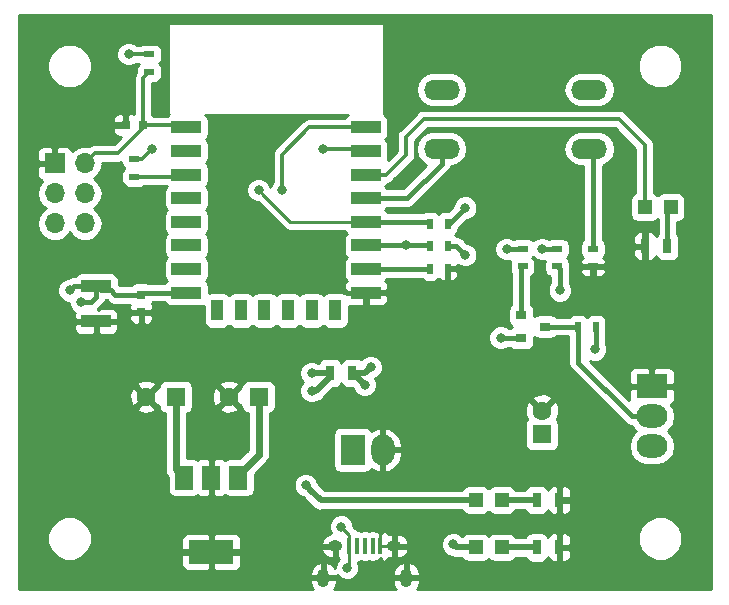
<source format=gbr>
G04 #@! TF.GenerationSoftware,KiCad,Pcbnew,5.0.1*
G04 #@! TF.CreationDate,2018-11-13T22:10:38+00:00*
G04 #@! TF.ProjectId,ESP8266-WS2812B,455350383236362D575332383132422E,rev?*
G04 #@! TF.SameCoordinates,Original*
G04 #@! TF.FileFunction,Copper,L1,Top,Signal*
G04 #@! TF.FilePolarity,Positive*
%FSLAX46Y46*%
G04 Gerber Fmt 4.6, Leading zero omitted, Abs format (unit mm)*
G04 Created by KiCad (PCBNEW 5.0.1) date Tue 13 Nov 2018 22:10:38 GMT*
%MOMM*%
%LPD*%
G01*
G04 APERTURE LIST*
G04 #@! TA.AperFunction,ComponentPad*
%ADD10C,1.600000*%
G04 #@! TD*
G04 #@! TA.AperFunction,ComponentPad*
%ADD11R,1.600000X1.600000*%
G04 #@! TD*
G04 #@! TA.AperFunction,SMDPad,CuDef*
%ADD12R,2.500000X1.000000*%
G04 #@! TD*
G04 #@! TA.AperFunction,SMDPad,CuDef*
%ADD13R,0.750000X0.800000*%
G04 #@! TD*
G04 #@! TA.AperFunction,SMDPad,CuDef*
%ADD14R,0.800000X0.750000*%
G04 #@! TD*
G04 #@! TA.AperFunction,SMDPad,CuDef*
%ADD15R,1.200000X1.200000*%
G04 #@! TD*
G04 #@! TA.AperFunction,ComponentPad*
%ADD16O,1.000000X1.550000*%
G04 #@! TD*
G04 #@! TA.AperFunction,ComponentPad*
%ADD17O,1.250000X0.950000*%
G04 #@! TD*
G04 #@! TA.AperFunction,SMDPad,CuDef*
%ADD18R,0.400000X1.350000*%
G04 #@! TD*
G04 #@! TA.AperFunction,ComponentPad*
%ADD19O,2.000000X2.600000*%
G04 #@! TD*
G04 #@! TA.AperFunction,ComponentPad*
%ADD20R,2.000000X2.600000*%
G04 #@! TD*
G04 #@! TA.AperFunction,ComponentPad*
%ADD21O,2.600000X2.000000*%
G04 #@! TD*
G04 #@! TA.AperFunction,ComponentPad*
%ADD22R,2.600000X2.000000*%
G04 #@! TD*
G04 #@! TA.AperFunction,SMDPad,CuDef*
%ADD23R,0.900000X0.800000*%
G04 #@! TD*
G04 #@! TA.AperFunction,SMDPad,CuDef*
%ADD24R,0.700000X1.300000*%
G04 #@! TD*
G04 #@! TA.AperFunction,SMDPad,CuDef*
%ADD25R,0.900000X0.500000*%
G04 #@! TD*
G04 #@! TA.AperFunction,SMDPad,CuDef*
%ADD26R,0.500000X0.900000*%
G04 #@! TD*
G04 #@! TA.AperFunction,ComponentPad*
%ADD27O,3.048000X1.727200*%
G04 #@! TD*
G04 #@! TA.AperFunction,SMDPad,CuDef*
%ADD28R,1.000000X1.800000*%
G04 #@! TD*
G04 #@! TA.AperFunction,SMDPad,CuDef*
%ADD29R,1.500000X2.000000*%
G04 #@! TD*
G04 #@! TA.AperFunction,SMDPad,CuDef*
%ADD30R,3.800000X2.000000*%
G04 #@! TD*
G04 #@! TA.AperFunction,ComponentPad*
%ADD31O,1.700000X1.700000*%
G04 #@! TD*
G04 #@! TA.AperFunction,ComponentPad*
%ADD32R,1.700000X1.700000*%
G04 #@! TD*
G04 #@! TA.AperFunction,ViaPad*
%ADD33C,0.800000*%
G04 #@! TD*
G04 #@! TA.AperFunction,Conductor*
%ADD34C,0.250000*%
G04 #@! TD*
G04 #@! TA.AperFunction,Conductor*
%ADD35C,0.400000*%
G04 #@! TD*
G04 #@! TA.AperFunction,Conductor*
%ADD36C,0.600000*%
G04 #@! TD*
G04 #@! TA.AperFunction,Conductor*
%ADD37C,0.500000*%
G04 #@! TD*
G04 #@! TA.AperFunction,Conductor*
%ADD38C,0.300000*%
G04 #@! TD*
G04 APERTURE END LIST*
D10*
G04 #@! TO.P,C1,2*
G04 #@! TO.N,GND*
X145000000Y-134176000D03*
D11*
G04 #@! TO.P,C1,1*
G04 #@! TO.N,+5V*
X145000000Y-136176000D03*
G04 #@! TD*
D12*
G04 #@! TO.P,C2,2*
G04 #@! TO.N,GND*
X107260000Y-126620000D03*
G04 #@! TO.P,C2,1*
G04 #@! TO.N,+3V3*
X107260000Y-123620000D03*
G04 #@! TD*
D13*
G04 #@! TO.P,C3,2*
G04 #@! TO.N,GND*
X111070000Y-125870000D03*
G04 #@! TO.P,C3,1*
G04 #@! TO.N,+3V3*
X111070000Y-124370000D03*
G04 #@! TD*
D14*
G04 #@! TO.P,C4,1*
G04 #@! TO.N,/~RST*
X111240000Y-110000000D03*
G04 #@! TO.P,C4,2*
G04 #@! TO.N,GND*
X109740000Y-110000000D03*
G04 #@! TD*
D10*
G04 #@! TO.P,C5,2*
G04 #@! TO.N,GND*
X118500000Y-133000000D03*
D11*
G04 #@! TO.P,C5,1*
G04 #@! TO.N,+5V*
X121000000Y-133000000D03*
G04 #@! TD*
G04 #@! TO.P,C6,1*
G04 #@! TO.N,+3V3*
X114000000Y-133000000D03*
D10*
G04 #@! TO.P,C6,2*
G04 #@! TO.N,GND*
X111500000Y-133000000D03*
G04 #@! TD*
D15*
G04 #@! TO.P,D1,1*
G04 #@! TO.N,/5V_LED_A*
X141600000Y-141750000D03*
G04 #@! TO.P,D1,2*
G04 #@! TO.N,+5V*
X139400000Y-141750000D03*
G04 #@! TD*
G04 #@! TO.P,D2,2*
G04 #@! TO.N,+3V3*
X139400000Y-145750000D03*
G04 #@! TO.P,D2,1*
G04 #@! TO.N,/3.3V_LED_A*
X141600000Y-145750000D03*
G04 #@! TD*
G04 #@! TO.P,D3,1*
G04 #@! TO.N,/User_LED_A*
X155897000Y-116952000D03*
G04 #@! TO.P,D3,2*
G04 #@! TO.N,/ESP8266/GPIO5*
X153697000Y-116952000D03*
G04 #@! TD*
D16*
G04 #@! TO.P,J1,6*
G04 #@! TO.N,GND*
X133500000Y-148350000D03*
X126500000Y-148350000D03*
D17*
X132500000Y-145650000D03*
X127500000Y-145650000D03*
D18*
G04 #@! TO.P,J1,5*
X131300000Y-145650000D03*
G04 #@! TO.P,J1,4*
G04 #@! TO.N,Net-(J1-Pad4)*
X130650000Y-145650000D03*
G04 #@! TO.P,J1,3*
G04 #@! TO.N,Net-(J1-Pad3)*
X130000000Y-145650000D03*
G04 #@! TO.P,J1,2*
G04 #@! TO.N,Net-(J1-Pad2)*
X129350000Y-145650000D03*
G04 #@! TO.P,J1,1*
G04 #@! TO.N,/5V_Input*
X128700000Y-145650000D03*
G04 #@! TD*
D19*
G04 #@! TO.P,J2,2*
G04 #@! TO.N,GND*
X131500000Y-137500000D03*
D20*
G04 #@! TO.P,J2,1*
G04 #@! TO.N,/5V_Input*
X128960000Y-137500000D03*
G04 #@! TD*
D21*
G04 #@! TO.P,J4,3*
G04 #@! TO.N,+5V*
X154305000Y-137192000D03*
G04 #@! TO.P,J4,2*
G04 #@! TO.N,/DATA*
X154305000Y-134652000D03*
D22*
G04 #@! TO.P,J4,1*
G04 #@! TO.N,GND*
X154305000Y-132112000D03*
G04 #@! TD*
D23*
G04 #@! TO.P,Q1,3*
G04 #@! TO.N,/DATA*
X145240000Y-127064000D03*
G04 #@! TO.P,Q1,2*
G04 #@! TO.N,/ESP8266/GPIO2*
X143240000Y-128014000D03*
G04 #@! TO.P,Q1,1*
G04 #@! TO.N,/Level_Shift_Base*
X143240000Y-126114000D03*
G04 #@! TD*
D24*
G04 #@! TO.P,R1,2*
G04 #@! TO.N,GND*
X146450000Y-141750000D03*
G04 #@! TO.P,R1,1*
G04 #@! TO.N,/5V_LED_A*
X144550000Y-141750000D03*
G04 #@! TD*
G04 #@! TO.P,R2,1*
G04 #@! TO.N,/3.3V_LED_A*
X144550000Y-145750000D03*
G04 #@! TO.P,R2,2*
G04 #@! TO.N,GND*
X146450000Y-145750000D03*
G04 #@! TD*
G04 #@! TO.P,R3,2*
G04 #@! TO.N,GND*
X153720000Y-120254000D03*
G04 #@! TO.P,R3,1*
G04 #@! TO.N,/User_LED_A*
X155620000Y-120254000D03*
G04 #@! TD*
D25*
G04 #@! TO.P,R4,2*
G04 #@! TO.N,GND*
X149320000Y-121972000D03*
G04 #@! TO.P,R4,1*
G04 #@! TO.N,/ESP8266/GPIO4*
X149320000Y-120472000D03*
G04 #@! TD*
G04 #@! TO.P,R5,2*
G04 #@! TO.N,/Level_Shift_Base*
X143351000Y-121972000D03*
G04 #@! TO.P,R5,1*
G04 #@! TO.N,+3V3*
X143351000Y-120472000D03*
G04 #@! TD*
G04 #@! TO.P,R6,1*
G04 #@! TO.N,+3V3*
X146272000Y-120472000D03*
G04 #@! TO.P,R6,2*
G04 #@! TO.N,/Button_Open_Side*
X146272000Y-121972000D03*
G04 #@! TD*
D26*
G04 #@! TO.P,R7,1*
G04 #@! TO.N,/DATA*
X148062000Y-127064000D03*
G04 #@! TO.P,R7,2*
G04 #@! TO.N,+5V*
X149562000Y-127064000D03*
G04 #@! TD*
D25*
G04 #@! TO.P,R8,2*
G04 #@! TO.N,/ESP8266/EN*
X110490000Y-114400000D03*
G04 #@! TO.P,R8,1*
G04 #@! TO.N,+3V3*
X110490000Y-112900000D03*
G04 #@! TD*
G04 #@! TO.P,R9,2*
G04 #@! TO.N,/~RST*
X111760000Y-105510000D03*
G04 #@! TO.P,R9,1*
G04 #@! TO.N,+3V3*
X111760000Y-104010000D03*
G04 #@! TD*
D26*
G04 #@! TO.P,R10,2*
G04 #@! TO.N,/GPIO0*
X135505000Y-118349000D03*
G04 #@! TO.P,R10,1*
G04 #@! TO.N,+3V3*
X137005000Y-118349000D03*
G04 #@! TD*
G04 #@! TO.P,R11,1*
G04 #@! TO.N,/ESP8266/GPIO15*
X135505000Y-122159000D03*
G04 #@! TO.P,R11,2*
G04 #@! TO.N,GND*
X137005000Y-122159000D03*
G04 #@! TD*
G04 #@! TO.P,R12,1*
G04 #@! TO.N,+3V3*
X137005000Y-120254000D03*
G04 #@! TO.P,R12,2*
G04 #@! TO.N,/ESP8266/GPIO2*
X135505000Y-120254000D03*
G04 #@! TD*
D27*
G04 #@! TO.P,SW1,2*
G04 #@! TO.N,/Button_Open_Side*
X149000000Y-107000000D03*
G04 #@! TO.P,SW1,1*
G04 #@! TO.N,/ESP8266/GPIO4*
X149000000Y-112000000D03*
G04 #@! TO.P,SW1,2*
G04 #@! TO.N,/Button_Open_Side*
X136500000Y-107000000D03*
G04 #@! TO.P,SW1,1*
G04 #@! TO.N,/ESP8266/GPIO4*
X136500000Y-112000000D03*
G04 #@! TD*
D12*
G04 #@! TO.P,U1,22*
G04 #@! TO.N,/TXD*
X130100000Y-110190000D03*
G04 #@! TO.P,U1,21*
G04 #@! TO.N,/RXD*
X130100000Y-112190000D03*
G04 #@! TO.P,U1,20*
G04 #@! TO.N,/ESP8266/GPIO5*
X130100000Y-114190000D03*
G04 #@! TO.P,U1,19*
G04 #@! TO.N,/ESP8266/GPIO4*
X130100000Y-116190000D03*
G04 #@! TO.P,U1,18*
G04 #@! TO.N,/GPIO0*
X130100000Y-118190000D03*
G04 #@! TO.P,U1,17*
G04 #@! TO.N,/ESP8266/GPIO2*
X130100000Y-120190000D03*
G04 #@! TO.P,U1,16*
G04 #@! TO.N,/ESP8266/GPIO15*
X130100000Y-122190000D03*
G04 #@! TO.P,U1,15*
G04 #@! TO.N,GND*
X130100000Y-124190000D03*
D28*
G04 #@! TO.P,U1,14*
G04 #@! TO.N,/ESP8266/SCLK*
X127500000Y-125690000D03*
G04 #@! TO.P,U1,13*
G04 #@! TO.N,/ESP8266/MOSI*
X125500000Y-125690000D03*
G04 #@! TO.P,U1,12*
G04 #@! TO.N,/ESP8266/GPIO10*
X123500000Y-125690000D03*
G04 #@! TO.P,U1,11*
G04 #@! TO.N,/ESP8266/GPIO9*
X121500000Y-125690000D03*
G04 #@! TO.P,U1,10*
G04 #@! TO.N,/ESP8266/MISO*
X119500000Y-125690000D03*
G04 #@! TO.P,U1,9*
G04 #@! TO.N,/ESP8266/Chip_Select*
X117500000Y-125690000D03*
D12*
G04 #@! TO.P,U1,8*
G04 #@! TO.N,+3V3*
X114900000Y-124190000D03*
G04 #@! TO.P,U1,7*
G04 #@! TO.N,/ESP8266/GPIO13*
X114900000Y-122190000D03*
G04 #@! TO.P,U1,6*
G04 #@! TO.N,/ESP8266/GPIO12*
X114900000Y-120190000D03*
G04 #@! TO.P,U1,5*
G04 #@! TO.N,/ESP8266/GPIO14*
X114900000Y-118190000D03*
G04 #@! TO.P,U1,4*
G04 #@! TO.N,/ESP8266/GPIO16*
X114900000Y-116190000D03*
G04 #@! TO.P,U1,3*
G04 #@! TO.N,/ESP8266/EN*
X114900000Y-114190000D03*
G04 #@! TO.P,U1,2*
G04 #@! TO.N,/ESP8266/ADC*
X114900000Y-112190000D03*
G04 #@! TO.P,U1,1*
G04 #@! TO.N,/~RST*
X114900000Y-110190000D03*
G04 #@! TD*
D29*
G04 #@! TO.P,U2,1*
G04 #@! TO.N,+5V*
X119300000Y-139850000D03*
G04 #@! TO.P,U2,3*
G04 #@! TO.N,+3V3*
X114700000Y-139850000D03*
G04 #@! TO.P,U2,2*
G04 #@! TO.N,GND*
X117000000Y-139850000D03*
D30*
G04 #@! TO.P,U2,4*
X117000000Y-146150000D03*
G04 #@! TD*
D24*
G04 #@! TO.P,FB1,2*
G04 #@! TO.N,/5V_Input*
X128950000Y-131000000D03*
G04 #@! TO.P,FB1,1*
G04 #@! TO.N,+5V*
X127050000Y-131000000D03*
G04 #@! TD*
D31*
G04 #@! TO.P,J3,6*
G04 #@! TO.N,/GPIO0*
X106290000Y-118330000D03*
G04 #@! TO.P,J3,5*
G04 #@! TO.N,/TXD*
X103750000Y-118330000D03*
G04 #@! TO.P,J3,4*
G04 #@! TO.N,/RXD*
X106290000Y-115790000D03*
G04 #@! TO.P,J3,3*
G04 #@! TO.N,Net-(J3-Pad3)*
X103750000Y-115790000D03*
G04 #@! TO.P,J3,2*
G04 #@! TO.N,/~RST*
X106290000Y-113250000D03*
D32*
G04 #@! TO.P,J3,1*
G04 #@! TO.N,GND*
X103750000Y-113250000D03*
G04 #@! TD*
D33*
G04 #@! TO.N,+5V*
X125500000Y-132500016D03*
X125500000Y-131000000D03*
X124999998Y-140499998D03*
X149500000Y-129000000D03*
G04 #@! TO.N,+3V3*
X110000000Y-104000000D03*
X112000000Y-112000000D03*
X105999948Y-125000000D03*
X105000000Y-124000000D03*
X138500000Y-121000000D03*
X138500000Y-117000000D03*
X142000000Y-120500000D03*
X145000000Y-120500000D03*
X137500000Y-145500000D03*
G04 #@! TO.N,/ESP8266/GPIO2*
X141500000Y-128000000D03*
X133500000Y-120190000D03*
G04 #@! TO.N,/Button_Open_Side*
X146500000Y-124000000D03*
G04 #@! TO.N,/5V_Input*
X130500000Y-130500000D03*
X130000000Y-132000000D03*
X128000000Y-144000000D03*
X128500000Y-147500000D03*
G04 #@! TO.N,/GPIO0*
X120999958Y-115500000D03*
G04 #@! TO.N,/TXD*
X123000000Y-115500000D03*
G04 #@! TO.N,/RXD*
X126500000Y-112000000D03*
G04 #@! TD*
D34*
G04 #@! TO.N,GND*
X131300000Y-145650000D02*
X131300000Y-144200000D01*
X131300000Y-144200000D02*
X131500000Y-144000000D01*
X131300000Y-145650000D02*
X132500000Y-145650000D01*
D35*
X128450000Y-124190000D02*
X127260000Y-123000000D01*
X130100000Y-124190000D02*
X128450000Y-124190000D01*
D36*
G04 #@! TO.N,+5V*
X119300000Y-139600000D02*
X119300000Y-139850000D01*
X121000000Y-137900000D02*
X119300000Y-139600000D01*
X121000000Y-133000000D02*
X121000000Y-137900000D01*
D37*
X127050000Y-131300000D02*
X125849984Y-132500016D01*
X125849984Y-132500016D02*
X125500000Y-132500016D01*
X127050000Y-131000000D02*
X127050000Y-131300000D01*
X127050000Y-131000000D02*
X125500000Y-131000000D01*
X139400000Y-141750000D02*
X126250000Y-141750000D01*
X126250000Y-141750000D02*
X125399997Y-140899997D01*
X125399997Y-140899997D02*
X124999998Y-140499998D01*
D35*
X149562000Y-127064000D02*
X149562000Y-128938000D01*
X149562000Y-128938000D02*
X149500000Y-129000000D01*
D38*
G04 #@! TO.N,+3V3*
X111760000Y-104010000D02*
X110010000Y-104010000D01*
X110010000Y-104010000D02*
X110000000Y-104000000D01*
X110490000Y-112900000D02*
X111100000Y-112900000D01*
X111100000Y-112900000D02*
X112000000Y-112000000D01*
D35*
X111250000Y-124190000D02*
X111070000Y-124370000D01*
X114900000Y-124190000D02*
X111250000Y-124190000D01*
X107640000Y-124000000D02*
X107260000Y-123620000D01*
X108500000Y-124000000D02*
X107640000Y-124000000D01*
X111070000Y-124370000D02*
X108870000Y-124370000D01*
X108870000Y-124370000D02*
X108500000Y-124000000D01*
X107260000Y-123620000D02*
X107260000Y-124520000D01*
X107260000Y-124520000D02*
X106780000Y-125000000D01*
X106565633Y-125000000D02*
X105999948Y-125000000D01*
X106780000Y-125000000D02*
X106565633Y-125000000D01*
X105380000Y-123620000D02*
X105000000Y-124000000D01*
X107260000Y-123620000D02*
X105380000Y-123620000D01*
D36*
X114000000Y-139150000D02*
X114700000Y-139850000D01*
X114000000Y-133000000D02*
X114000000Y-139150000D01*
D35*
X137005000Y-120254000D02*
X137754000Y-120254000D01*
X137754000Y-120254000D02*
X138500000Y-121000000D01*
X137005000Y-118349000D02*
X137151000Y-118349000D01*
X137151000Y-118349000D02*
X138500000Y-117000000D01*
X143351000Y-120472000D02*
X142028000Y-120472000D01*
X142028000Y-120472000D02*
X142000000Y-120500000D01*
X146272000Y-120472000D02*
X145028000Y-120472000D01*
X145028000Y-120472000D02*
X145000000Y-120500000D01*
D37*
X139400000Y-145750000D02*
X137750000Y-145750000D01*
X137750000Y-145750000D02*
X137500000Y-145500000D01*
G04 #@! TO.N,/5V_LED_A*
X141600000Y-141750000D02*
X144550000Y-141750000D01*
G04 #@! TO.N,/3.3V_LED_A*
X141600000Y-145750000D02*
X144550000Y-145750000D01*
D35*
G04 #@! TO.N,/User_LED_A*
X155620000Y-117229000D02*
X155897000Y-116952000D01*
X155620000Y-120254000D02*
X155620000Y-117229000D01*
D38*
G04 #@! TO.N,/ESP8266/GPIO5*
X153697000Y-111697000D02*
X153697000Y-116952000D01*
X131810000Y-114190000D02*
X133500000Y-112500000D01*
X151500000Y-109500000D02*
X153697000Y-111697000D01*
X133500000Y-112500000D02*
X133500000Y-111000000D01*
X130100000Y-114190000D02*
X131810000Y-114190000D01*
X133500000Y-111000000D02*
X135000000Y-109500000D01*
X135000000Y-109500000D02*
X151500000Y-109500000D01*
D35*
G04 #@! TO.N,/DATA*
X148062000Y-127064000D02*
X145240000Y-127064000D01*
X152605000Y-134652000D02*
X154305000Y-134652000D01*
X148062000Y-130109000D02*
X152605000Y-134652000D01*
X148062000Y-127064000D02*
X148062000Y-130109000D01*
G04 #@! TO.N,/ESP8266/GPIO2*
X135441000Y-120190000D02*
X135505000Y-120254000D01*
X143240000Y-128014000D02*
X141514000Y-128014000D01*
X141514000Y-128014000D02*
X141500000Y-128000000D01*
X130100000Y-120190000D02*
X133500000Y-120190000D01*
X133500000Y-120190000D02*
X135441000Y-120190000D01*
G04 #@! TO.N,/Level_Shift_Base*
X143240000Y-122083000D02*
X143351000Y-121972000D01*
X143240000Y-126114000D02*
X143240000Y-122083000D01*
G04 #@! TO.N,/ESP8266/GPIO4*
X131750000Y-116190000D02*
X130100000Y-116190000D01*
X133573600Y-116190000D02*
X131750000Y-116190000D01*
X136500000Y-113263600D02*
X133573600Y-116190000D01*
X136500000Y-112000000D02*
X136500000Y-113263600D01*
X149320000Y-112320000D02*
X149000000Y-112000000D01*
X149320000Y-120472000D02*
X149320000Y-112320000D01*
G04 #@! TO.N,/Button_Open_Side*
X146500000Y-122200000D02*
X146272000Y-121972000D01*
X146500000Y-124000000D02*
X146500000Y-122200000D01*
D38*
G04 #@! TO.N,/ESP8266/EN*
X114690000Y-114400000D02*
X114900000Y-114190000D01*
X110490000Y-114400000D02*
X114690000Y-114400000D01*
D35*
G04 #@! TO.N,/ESP8266/GPIO15*
X135474000Y-122190000D02*
X135505000Y-122159000D01*
X130100000Y-122190000D02*
X135474000Y-122190000D01*
D37*
G04 #@! TO.N,/5V_Input*
X128950000Y-131000000D02*
X130000000Y-131000000D01*
X130000000Y-131000000D02*
X130500000Y-130500000D01*
X128950000Y-131000000D02*
X129000000Y-131000000D01*
X129000000Y-131000000D02*
X130000000Y-132000000D01*
D34*
X128700000Y-145650000D02*
X128700000Y-144700000D01*
X128700000Y-144700000D02*
X128000000Y-144000000D01*
X128700000Y-145650000D02*
X128700000Y-147300000D01*
X128700000Y-147300000D02*
X128500000Y-147500000D01*
D38*
G04 #@! TO.N,/~RST*
X114710000Y-110000000D02*
X114900000Y-110190000D01*
X111240000Y-110000000D02*
X114710000Y-110000000D01*
X111240000Y-110260000D02*
X111240000Y-110000000D01*
X109099999Y-112400001D02*
X111240000Y-110260000D01*
X106290000Y-113250000D02*
X107139999Y-112400001D01*
X107139999Y-112400001D02*
X109099999Y-112400001D01*
X111240000Y-106030000D02*
X111760000Y-105510000D01*
X111240000Y-110000000D02*
X111240000Y-106030000D01*
D34*
G04 #@! TO.N,/GPIO0*
X121399957Y-115899999D02*
X120999958Y-115500000D01*
X123689958Y-118190000D02*
X121399957Y-115899999D01*
X130100000Y-118190000D02*
X123689958Y-118190000D01*
D35*
X135346000Y-118190000D02*
X135505000Y-118349000D01*
X130100000Y-118190000D02*
X135346000Y-118190000D01*
D38*
G04 #@! TO.N,/TXD*
X125310000Y-110190000D02*
X130100000Y-110190000D01*
X123000000Y-115500000D02*
X123000000Y-112500000D01*
X123000000Y-112500000D02*
X125310000Y-110190000D01*
G04 #@! TO.N,/RXD*
X129910000Y-112000000D02*
X130100000Y-112190000D01*
X126500000Y-112000000D02*
X129910000Y-112000000D01*
G04 #@! TD*
D34*
G04 #@! TO.N,GND*
G36*
X159292000Y-149292000D02*
X134400694Y-149292000D01*
X134497389Y-149177761D01*
X134633000Y-148754000D01*
X134633000Y-148479000D01*
X133629000Y-148479000D01*
X133629000Y-148499000D01*
X133371000Y-148499000D01*
X133371000Y-148479000D01*
X132367000Y-148479000D01*
X132367000Y-148754000D01*
X132502611Y-149177761D01*
X132599306Y-149292000D01*
X127400694Y-149292000D01*
X127497389Y-149177761D01*
X127633000Y-148754000D01*
X127633000Y-148479000D01*
X126629000Y-148479000D01*
X126629000Y-148499000D01*
X126371000Y-148499000D01*
X126371000Y-148479000D01*
X125367000Y-148479000D01*
X125367000Y-148754000D01*
X125502611Y-149177761D01*
X125599306Y-149292000D01*
X100708000Y-149292000D01*
X100708000Y-147946000D01*
X125367000Y-147946000D01*
X125367000Y-148221000D01*
X126371000Y-148221000D01*
X126371000Y-147108824D01*
X126196501Y-146983406D01*
X125790065Y-147182631D01*
X125502611Y-147522239D01*
X125367000Y-147946000D01*
X100708000Y-147946000D01*
X100708000Y-144625448D01*
X103117000Y-144625448D01*
X103117000Y-145374552D01*
X103403670Y-146066634D01*
X103933366Y-146596330D01*
X104625448Y-146883000D01*
X105374552Y-146883000D01*
X106066634Y-146596330D01*
X106225714Y-146437250D01*
X114467000Y-146437250D01*
X114467000Y-147275911D01*
X114563368Y-147508565D01*
X114741434Y-147686631D01*
X114974088Y-147783000D01*
X116712750Y-147783000D01*
X116871000Y-147624750D01*
X116871000Y-146279000D01*
X117129000Y-146279000D01*
X117129000Y-147624750D01*
X117287250Y-147783000D01*
X119025912Y-147783000D01*
X119258566Y-147686631D01*
X119436632Y-147508565D01*
X119533000Y-147275911D01*
X119533000Y-146437250D01*
X119374750Y-146279000D01*
X117129000Y-146279000D01*
X116871000Y-146279000D01*
X114625250Y-146279000D01*
X114467000Y-146437250D01*
X106225714Y-146437250D01*
X106596330Y-146066634D01*
X106883000Y-145374552D01*
X106883000Y-145024089D01*
X114467000Y-145024089D01*
X114467000Y-145862750D01*
X114625250Y-146021000D01*
X116871000Y-146021000D01*
X116871000Y-144675250D01*
X117129000Y-144675250D01*
X117129000Y-146021000D01*
X119374750Y-146021000D01*
X119446188Y-145949562D01*
X126283264Y-145949562D01*
X126464965Y-146318972D01*
X126788339Y-146606738D01*
X127197221Y-146748849D01*
X127371000Y-146600970D01*
X127371000Y-145779000D01*
X126409052Y-145779000D01*
X126283264Y-145949562D01*
X119446188Y-145949562D01*
X119533000Y-145862750D01*
X119533000Y-145350438D01*
X126283264Y-145350438D01*
X126409052Y-145521000D01*
X127371000Y-145521000D01*
X127371000Y-145501000D01*
X127629000Y-145501000D01*
X127629000Y-145521000D01*
X127649000Y-145521000D01*
X127649000Y-145779000D01*
X127629000Y-145779000D01*
X127629000Y-146600970D01*
X127796020Y-146743097D01*
X127624265Y-146914852D01*
X127467000Y-147294523D01*
X127467000Y-147486336D01*
X127209935Y-147182631D01*
X126803499Y-146983406D01*
X126629000Y-147108824D01*
X126629000Y-148221000D01*
X127633000Y-148221000D01*
X127633000Y-148093883D01*
X127914852Y-148375735D01*
X128294523Y-148533000D01*
X128705477Y-148533000D01*
X129085148Y-148375735D01*
X129375735Y-148085148D01*
X129433372Y-147946000D01*
X132367000Y-147946000D01*
X132367000Y-148221000D01*
X133371000Y-148221000D01*
X133371000Y-147108824D01*
X133629000Y-147108824D01*
X133629000Y-148221000D01*
X134633000Y-148221000D01*
X134633000Y-147946000D01*
X134497389Y-147522239D01*
X134209935Y-147182631D01*
X133803499Y-146983406D01*
X133629000Y-147108824D01*
X133371000Y-147108824D01*
X133196501Y-146983406D01*
X132790065Y-147182631D01*
X132502611Y-147522239D01*
X132367000Y-147946000D01*
X129433372Y-147946000D01*
X129533000Y-147705477D01*
X129533000Y-147294523D01*
X129458000Y-147113457D01*
X129458000Y-146970401D01*
X129550000Y-146970401D01*
X129675000Y-146945537D01*
X129800000Y-146970401D01*
X130200000Y-146970401D01*
X130325000Y-146945537D01*
X130450000Y-146970401D01*
X130850000Y-146970401D01*
X130954057Y-146949703D01*
X130974088Y-146958000D01*
X131041750Y-146958000D01*
X131073882Y-146925868D01*
X131096984Y-146921273D01*
X131306367Y-146781367D01*
X131400000Y-146641236D01*
X131400000Y-146799750D01*
X131558250Y-146958000D01*
X131625912Y-146958000D01*
X131858566Y-146861631D01*
X132029605Y-146690592D01*
X132197221Y-146748849D01*
X132371000Y-146600970D01*
X132371000Y-145779000D01*
X132629000Y-145779000D01*
X132629000Y-146600970D01*
X132802779Y-146748849D01*
X133211661Y-146606738D01*
X133535035Y-146318972D01*
X133716736Y-145949562D01*
X133590948Y-145779000D01*
X132629000Y-145779000D01*
X132371000Y-145779000D01*
X132351000Y-145779000D01*
X132351000Y-145521000D01*
X132371000Y-145521000D01*
X132371000Y-144699030D01*
X132629000Y-144699030D01*
X132629000Y-145521000D01*
X133590948Y-145521000D01*
X133716736Y-145350438D01*
X133689234Y-145294523D01*
X136467000Y-145294523D01*
X136467000Y-145705477D01*
X136624265Y-146085148D01*
X136914852Y-146375735D01*
X137294523Y-146533000D01*
X137332486Y-146533000D01*
X137405471Y-146581767D01*
X137663037Y-146633000D01*
X137663041Y-146633000D01*
X137749999Y-146650297D01*
X137836957Y-146633000D01*
X138227792Y-146633000D01*
X138343633Y-146806367D01*
X138553016Y-146946273D01*
X138800000Y-146995401D01*
X140000000Y-146995401D01*
X140246984Y-146946273D01*
X140456367Y-146806367D01*
X140500000Y-146741066D01*
X140543633Y-146806367D01*
X140753016Y-146946273D01*
X141000000Y-146995401D01*
X142200000Y-146995401D01*
X142446984Y-146946273D01*
X142656367Y-146806367D01*
X142772208Y-146633000D01*
X143600945Y-146633000D01*
X143603727Y-146646984D01*
X143743633Y-146856367D01*
X143953016Y-146996273D01*
X144200000Y-147045401D01*
X144900000Y-147045401D01*
X145146984Y-146996273D01*
X145356367Y-146856367D01*
X145496273Y-146646984D01*
X145503046Y-146612934D01*
X145563369Y-146758566D01*
X145741435Y-146936632D01*
X145974089Y-147033000D01*
X146162750Y-147033000D01*
X146321000Y-146874750D01*
X146321000Y-145879000D01*
X146579000Y-145879000D01*
X146579000Y-146874750D01*
X146737250Y-147033000D01*
X146925911Y-147033000D01*
X147158565Y-146936632D01*
X147336631Y-146758566D01*
X147433000Y-146525912D01*
X147433000Y-146037250D01*
X147274750Y-145879000D01*
X146579000Y-145879000D01*
X146321000Y-145879000D01*
X146301000Y-145879000D01*
X146301000Y-145621000D01*
X146321000Y-145621000D01*
X146321000Y-144625250D01*
X146579000Y-144625250D01*
X146579000Y-145621000D01*
X147274750Y-145621000D01*
X147433000Y-145462750D01*
X147433000Y-144974088D01*
X147336631Y-144741434D01*
X147220645Y-144625448D01*
X153117000Y-144625448D01*
X153117000Y-145374552D01*
X153403670Y-146066634D01*
X153933366Y-146596330D01*
X154625448Y-146883000D01*
X155374552Y-146883000D01*
X156066634Y-146596330D01*
X156596330Y-146066634D01*
X156883000Y-145374552D01*
X156883000Y-144625448D01*
X156596330Y-143933366D01*
X156066634Y-143403670D01*
X155374552Y-143117000D01*
X154625448Y-143117000D01*
X153933366Y-143403670D01*
X153403670Y-143933366D01*
X153117000Y-144625448D01*
X147220645Y-144625448D01*
X147158565Y-144563368D01*
X146925911Y-144467000D01*
X146737250Y-144467000D01*
X146579000Y-144625250D01*
X146321000Y-144625250D01*
X146162750Y-144467000D01*
X145974089Y-144467000D01*
X145741435Y-144563368D01*
X145563369Y-144741434D01*
X145503046Y-144887066D01*
X145496273Y-144853016D01*
X145356367Y-144643633D01*
X145146984Y-144503727D01*
X144900000Y-144454599D01*
X144200000Y-144454599D01*
X143953016Y-144503727D01*
X143743633Y-144643633D01*
X143603727Y-144853016D01*
X143600945Y-144867000D01*
X142772208Y-144867000D01*
X142656367Y-144693633D01*
X142446984Y-144553727D01*
X142200000Y-144504599D01*
X141000000Y-144504599D01*
X140753016Y-144553727D01*
X140543633Y-144693633D01*
X140500000Y-144758934D01*
X140456367Y-144693633D01*
X140246984Y-144553727D01*
X140000000Y-144504599D01*
X138800000Y-144504599D01*
X138553016Y-144553727D01*
X138343633Y-144693633D01*
X138267883Y-144807000D01*
X138085148Y-144624265D01*
X137705477Y-144467000D01*
X137294523Y-144467000D01*
X136914852Y-144624265D01*
X136624265Y-144914852D01*
X136467000Y-145294523D01*
X133689234Y-145294523D01*
X133535035Y-144981028D01*
X133211661Y-144693262D01*
X132802779Y-144551151D01*
X132629000Y-144699030D01*
X132371000Y-144699030D01*
X132197221Y-144551151D01*
X132029605Y-144609408D01*
X131858566Y-144438369D01*
X131625912Y-144342000D01*
X131558250Y-144342000D01*
X131400000Y-144500250D01*
X131400000Y-144658764D01*
X131306367Y-144518633D01*
X131096984Y-144378727D01*
X131073882Y-144374132D01*
X131041750Y-144342000D01*
X130974088Y-144342000D01*
X130954057Y-144350297D01*
X130850000Y-144329599D01*
X130450000Y-144329599D01*
X130325000Y-144354463D01*
X130200000Y-144329599D01*
X129800000Y-144329599D01*
X129675000Y-144354463D01*
X129550000Y-144329599D01*
X129364144Y-144329599D01*
X129246487Y-144153513D01*
X129183199Y-144111225D01*
X129033000Y-143961026D01*
X129033000Y-143794523D01*
X128875735Y-143414852D01*
X128585148Y-143124265D01*
X128205477Y-142967000D01*
X127794523Y-142967000D01*
X127414852Y-143124265D01*
X127124265Y-143414852D01*
X126967000Y-143794523D01*
X126967000Y-144205477D01*
X127121136Y-144577595D01*
X126788339Y-144693262D01*
X126464965Y-144981028D01*
X126283264Y-145350438D01*
X119533000Y-145350438D01*
X119533000Y-145024089D01*
X119436632Y-144791435D01*
X119258566Y-144613369D01*
X119025912Y-144517000D01*
X117287250Y-144517000D01*
X117129000Y-144675250D01*
X116871000Y-144675250D01*
X116712750Y-144517000D01*
X114974088Y-144517000D01*
X114741434Y-144613369D01*
X114563368Y-144791435D01*
X114467000Y-145024089D01*
X106883000Y-145024089D01*
X106883000Y-144625448D01*
X106596330Y-143933366D01*
X106066634Y-143403670D01*
X105374552Y-143117000D01*
X104625448Y-143117000D01*
X103933366Y-143403670D01*
X103403670Y-143933366D01*
X103117000Y-144625448D01*
X100708000Y-144625448D01*
X100708000Y-134007926D01*
X110674508Y-134007926D01*
X110748920Y-134253242D01*
X111285687Y-134445271D01*
X111855082Y-134417270D01*
X112251080Y-134253242D01*
X112325492Y-134007926D01*
X111500000Y-133182434D01*
X110674508Y-134007926D01*
X100708000Y-134007926D01*
X100708000Y-132785687D01*
X110054729Y-132785687D01*
X110082730Y-133355082D01*
X110246758Y-133751080D01*
X110492074Y-133825492D01*
X111317566Y-133000000D01*
X111682434Y-133000000D01*
X112507926Y-133825492D01*
X112556725Y-133810690D01*
X112603727Y-134046984D01*
X112743633Y-134256367D01*
X112953016Y-134396273D01*
X113067000Y-134418946D01*
X113067001Y-139058111D01*
X113048723Y-139150000D01*
X113067001Y-139241889D01*
X113121135Y-139514038D01*
X113304599Y-139788612D01*
X113304599Y-140850000D01*
X113353727Y-141096984D01*
X113493633Y-141306367D01*
X113703016Y-141446273D01*
X113950000Y-141495401D01*
X115450000Y-141495401D01*
X115696984Y-141446273D01*
X115849301Y-141344498D01*
X115891434Y-141386631D01*
X116124088Y-141483000D01*
X116712750Y-141483000D01*
X116871000Y-141324750D01*
X116871000Y-139979000D01*
X116851000Y-139979000D01*
X116851000Y-139721000D01*
X116871000Y-139721000D01*
X116871000Y-138375250D01*
X117129000Y-138375250D01*
X117129000Y-139721000D01*
X117149000Y-139721000D01*
X117149000Y-139979000D01*
X117129000Y-139979000D01*
X117129000Y-141324750D01*
X117287250Y-141483000D01*
X117875912Y-141483000D01*
X118108566Y-141386631D01*
X118150699Y-141344498D01*
X118303016Y-141446273D01*
X118550000Y-141495401D01*
X120050000Y-141495401D01*
X120296984Y-141446273D01*
X120506367Y-141306367D01*
X120646273Y-141096984D01*
X120695401Y-140850000D01*
X120695401Y-140294521D01*
X123966998Y-140294521D01*
X123966998Y-140705475D01*
X124124263Y-141085146D01*
X124414850Y-141375733D01*
X124776984Y-141525734D01*
X125564131Y-142312881D01*
X125613393Y-142386607D01*
X125801208Y-142512101D01*
X125905470Y-142581767D01*
X126250000Y-142650298D01*
X126336963Y-142633000D01*
X138227792Y-142633000D01*
X138343633Y-142806367D01*
X138553016Y-142946273D01*
X138800000Y-142995401D01*
X140000000Y-142995401D01*
X140246984Y-142946273D01*
X140456367Y-142806367D01*
X140500000Y-142741066D01*
X140543633Y-142806367D01*
X140753016Y-142946273D01*
X141000000Y-142995401D01*
X142200000Y-142995401D01*
X142446984Y-142946273D01*
X142656367Y-142806367D01*
X142772208Y-142633000D01*
X143600945Y-142633000D01*
X143603727Y-142646984D01*
X143743633Y-142856367D01*
X143953016Y-142996273D01*
X144200000Y-143045401D01*
X144900000Y-143045401D01*
X145146984Y-142996273D01*
X145356367Y-142856367D01*
X145496273Y-142646984D01*
X145503046Y-142612934D01*
X145563369Y-142758566D01*
X145741435Y-142936632D01*
X145974089Y-143033000D01*
X146162750Y-143033000D01*
X146321000Y-142874750D01*
X146321000Y-141879000D01*
X146579000Y-141879000D01*
X146579000Y-142874750D01*
X146737250Y-143033000D01*
X146925911Y-143033000D01*
X147158565Y-142936632D01*
X147336631Y-142758566D01*
X147433000Y-142525912D01*
X147433000Y-142037250D01*
X147274750Y-141879000D01*
X146579000Y-141879000D01*
X146321000Y-141879000D01*
X146301000Y-141879000D01*
X146301000Y-141621000D01*
X146321000Y-141621000D01*
X146321000Y-140625250D01*
X146579000Y-140625250D01*
X146579000Y-141621000D01*
X147274750Y-141621000D01*
X147433000Y-141462750D01*
X147433000Y-140974088D01*
X147336631Y-140741434D01*
X147158565Y-140563368D01*
X146925911Y-140467000D01*
X146737250Y-140467000D01*
X146579000Y-140625250D01*
X146321000Y-140625250D01*
X146162750Y-140467000D01*
X145974089Y-140467000D01*
X145741435Y-140563368D01*
X145563369Y-140741434D01*
X145503046Y-140887066D01*
X145496273Y-140853016D01*
X145356367Y-140643633D01*
X145146984Y-140503727D01*
X144900000Y-140454599D01*
X144200000Y-140454599D01*
X143953016Y-140503727D01*
X143743633Y-140643633D01*
X143603727Y-140853016D01*
X143600945Y-140867000D01*
X142772208Y-140867000D01*
X142656367Y-140693633D01*
X142446984Y-140553727D01*
X142200000Y-140504599D01*
X141000000Y-140504599D01*
X140753016Y-140553727D01*
X140543633Y-140693633D01*
X140500000Y-140758934D01*
X140456367Y-140693633D01*
X140246984Y-140553727D01*
X140000000Y-140504599D01*
X138800000Y-140504599D01*
X138553016Y-140553727D01*
X138343633Y-140693633D01*
X138227792Y-140867000D01*
X126615750Y-140867000D01*
X126025734Y-140276984D01*
X125875733Y-139914850D01*
X125585146Y-139624263D01*
X125205475Y-139466998D01*
X124794521Y-139466998D01*
X124414850Y-139624263D01*
X124124263Y-139914850D01*
X123966998Y-140294521D01*
X120695401Y-140294521D01*
X120695401Y-139524059D01*
X121594755Y-138624706D01*
X121672655Y-138572655D01*
X121878866Y-138264038D01*
X121933000Y-137991889D01*
X121933000Y-137991885D01*
X121951277Y-137900001D01*
X121933000Y-137808116D01*
X121933000Y-136200000D01*
X127314599Y-136200000D01*
X127314599Y-138800000D01*
X127363727Y-139046984D01*
X127503633Y-139256367D01*
X127713016Y-139396273D01*
X127960000Y-139445401D01*
X129960000Y-139445401D01*
X130206984Y-139396273D01*
X130416367Y-139256367D01*
X130524194Y-139094994D01*
X130994259Y-139358062D01*
X131117929Y-139387675D01*
X131371000Y-139269097D01*
X131371000Y-137629000D01*
X131629000Y-137629000D01*
X131629000Y-139269097D01*
X131882071Y-139387675D01*
X132005741Y-139358062D01*
X132563488Y-139045923D01*
X132959329Y-138544103D01*
X133133000Y-137929000D01*
X133133000Y-137629000D01*
X131629000Y-137629000D01*
X131371000Y-137629000D01*
X131351000Y-137629000D01*
X131351000Y-137371000D01*
X131371000Y-137371000D01*
X131371000Y-135730903D01*
X131629000Y-135730903D01*
X131629000Y-137371000D01*
X133133000Y-137371000D01*
X133133000Y-137071000D01*
X132959329Y-136455897D01*
X132563488Y-135954077D01*
X132005741Y-135641938D01*
X131882071Y-135612325D01*
X131629000Y-135730903D01*
X131371000Y-135730903D01*
X131117929Y-135612325D01*
X130994259Y-135641938D01*
X130524194Y-135905006D01*
X130416367Y-135743633D01*
X130206984Y-135603727D01*
X129960000Y-135554599D01*
X127960000Y-135554599D01*
X127713016Y-135603727D01*
X127503633Y-135743633D01*
X127363727Y-135953016D01*
X127314599Y-136200000D01*
X121933000Y-136200000D01*
X121933000Y-135376000D01*
X143554599Y-135376000D01*
X143554599Y-136976000D01*
X143603727Y-137222984D01*
X143743633Y-137432367D01*
X143953016Y-137572273D01*
X144200000Y-137621401D01*
X145800000Y-137621401D01*
X146046984Y-137572273D01*
X146256367Y-137432367D01*
X146396273Y-137222984D01*
X146445401Y-136976000D01*
X146445401Y-135376000D01*
X146396273Y-135129016D01*
X146256367Y-134919633D01*
X146255995Y-134919384D01*
X146445271Y-134390313D01*
X146417270Y-133820918D01*
X146253242Y-133424920D01*
X146007926Y-133350508D01*
X145182434Y-134176000D01*
X145196576Y-134190142D01*
X145014142Y-134372576D01*
X145000000Y-134358434D01*
X144985858Y-134372576D01*
X144803424Y-134190142D01*
X144817566Y-134176000D01*
X143992074Y-133350508D01*
X143746758Y-133424920D01*
X143554729Y-133961687D01*
X143582730Y-134531082D01*
X143743665Y-134919612D01*
X143743633Y-134919633D01*
X143603727Y-135129016D01*
X143554599Y-135376000D01*
X121933000Y-135376000D01*
X121933000Y-134418946D01*
X122046984Y-134396273D01*
X122256367Y-134256367D01*
X122396273Y-134046984D01*
X122445401Y-133800000D01*
X122445401Y-132200000D01*
X122396273Y-131953016D01*
X122256367Y-131743633D01*
X122046984Y-131603727D01*
X121800000Y-131554599D01*
X120200000Y-131554599D01*
X119953016Y-131603727D01*
X119743633Y-131743633D01*
X119603727Y-131953016D01*
X119556725Y-132189310D01*
X119507926Y-132174508D01*
X118682434Y-133000000D01*
X119507926Y-133825492D01*
X119556725Y-133810690D01*
X119603727Y-134046984D01*
X119743633Y-134256367D01*
X119953016Y-134396273D01*
X120067000Y-134418946D01*
X120067001Y-137513538D01*
X119375941Y-138204599D01*
X118550000Y-138204599D01*
X118303016Y-138253727D01*
X118150699Y-138355502D01*
X118108566Y-138313369D01*
X117875912Y-138217000D01*
X117287250Y-138217000D01*
X117129000Y-138375250D01*
X116871000Y-138375250D01*
X116712750Y-138217000D01*
X116124088Y-138217000D01*
X115891434Y-138313369D01*
X115849301Y-138355502D01*
X115696984Y-138253727D01*
X115450000Y-138204599D01*
X114933000Y-138204599D01*
X114933000Y-134418946D01*
X115046984Y-134396273D01*
X115256367Y-134256367D01*
X115396273Y-134046984D01*
X115404042Y-134007926D01*
X117674508Y-134007926D01*
X117748920Y-134253242D01*
X118285687Y-134445271D01*
X118855082Y-134417270D01*
X119251080Y-134253242D01*
X119325492Y-134007926D01*
X118500000Y-133182434D01*
X117674508Y-134007926D01*
X115404042Y-134007926D01*
X115445401Y-133800000D01*
X115445401Y-132785687D01*
X117054729Y-132785687D01*
X117082730Y-133355082D01*
X117246758Y-133751080D01*
X117492074Y-133825492D01*
X118317566Y-133000000D01*
X117492074Y-132174508D01*
X117246758Y-132248920D01*
X117054729Y-132785687D01*
X115445401Y-132785687D01*
X115445401Y-132200000D01*
X115404043Y-131992074D01*
X117674508Y-131992074D01*
X118500000Y-132817566D01*
X119325492Y-131992074D01*
X119251080Y-131746758D01*
X118714313Y-131554729D01*
X118144918Y-131582730D01*
X117748920Y-131746758D01*
X117674508Y-131992074D01*
X115404043Y-131992074D01*
X115396273Y-131953016D01*
X115256367Y-131743633D01*
X115046984Y-131603727D01*
X114800000Y-131554599D01*
X113200000Y-131554599D01*
X112953016Y-131603727D01*
X112743633Y-131743633D01*
X112603727Y-131953016D01*
X112556725Y-132189310D01*
X112507926Y-132174508D01*
X111682434Y-133000000D01*
X111317566Y-133000000D01*
X110492074Y-132174508D01*
X110246758Y-132248920D01*
X110054729Y-132785687D01*
X100708000Y-132785687D01*
X100708000Y-131992074D01*
X110674508Y-131992074D01*
X111500000Y-132817566D01*
X112325492Y-131992074D01*
X112251080Y-131746758D01*
X111714313Y-131554729D01*
X111144918Y-131582730D01*
X110748920Y-131746758D01*
X110674508Y-131992074D01*
X100708000Y-131992074D01*
X100708000Y-130794523D01*
X124467000Y-130794523D01*
X124467000Y-131205477D01*
X124624265Y-131585148D01*
X124789125Y-131750008D01*
X124624265Y-131914868D01*
X124467000Y-132294539D01*
X124467000Y-132705493D01*
X124624265Y-133085164D01*
X124914852Y-133375751D01*
X125294523Y-133533016D01*
X125705477Y-133533016D01*
X126085148Y-133375751D01*
X126112878Y-133348021D01*
X126194513Y-133331783D01*
X126439521Y-133168074D01*
X144174508Y-133168074D01*
X145000000Y-133993566D01*
X145825492Y-133168074D01*
X145751080Y-132922758D01*
X145214313Y-132730729D01*
X144644918Y-132758730D01*
X144248920Y-132922758D01*
X144174508Y-133168074D01*
X126439521Y-133168074D01*
X126486591Y-133136623D01*
X126535853Y-133062897D01*
X127303350Y-132295401D01*
X127400000Y-132295401D01*
X127646984Y-132246273D01*
X127856367Y-132106367D01*
X127996273Y-131896984D01*
X128000000Y-131878247D01*
X128003727Y-131896984D01*
X128143633Y-132106367D01*
X128353016Y-132246273D01*
X128600000Y-132295401D01*
X129004248Y-132295401D01*
X129124265Y-132585148D01*
X129414852Y-132875735D01*
X129794523Y-133033000D01*
X130205477Y-133033000D01*
X130585148Y-132875735D01*
X130875735Y-132585148D01*
X131033000Y-132205477D01*
X131033000Y-131794523D01*
X130892573Y-131455502D01*
X131085148Y-131375735D01*
X131375735Y-131085148D01*
X131533000Y-130705477D01*
X131533000Y-130294523D01*
X131375735Y-129914852D01*
X131085148Y-129624265D01*
X130705477Y-129467000D01*
X130294523Y-129467000D01*
X129914852Y-129624265D01*
X129689898Y-129849219D01*
X129546984Y-129753727D01*
X129300000Y-129704599D01*
X128600000Y-129704599D01*
X128353016Y-129753727D01*
X128143633Y-129893633D01*
X128003727Y-130103016D01*
X128000000Y-130121753D01*
X127996273Y-130103016D01*
X127856367Y-129893633D01*
X127646984Y-129753727D01*
X127400000Y-129704599D01*
X126700000Y-129704599D01*
X126453016Y-129753727D01*
X126243633Y-129893633D01*
X126103727Y-130103016D01*
X126100945Y-130117000D01*
X126067609Y-130117000D01*
X125705477Y-129967000D01*
X125294523Y-129967000D01*
X124914852Y-130124265D01*
X124624265Y-130414852D01*
X124467000Y-130794523D01*
X100708000Y-130794523D01*
X100708000Y-127794523D01*
X140467000Y-127794523D01*
X140467000Y-128205477D01*
X140624265Y-128585148D01*
X140914852Y-128875735D01*
X141294523Y-129033000D01*
X141705477Y-129033000D01*
X142085148Y-128875735D01*
X142113883Y-128847000D01*
X142318020Y-128847000D01*
X142333633Y-128870367D01*
X142543016Y-129010273D01*
X142790000Y-129059401D01*
X143690000Y-129059401D01*
X143936984Y-129010273D01*
X144146367Y-128870367D01*
X144286273Y-128660984D01*
X144335401Y-128414000D01*
X144335401Y-127921548D01*
X144543016Y-128060273D01*
X144790000Y-128109401D01*
X145690000Y-128109401D01*
X145936984Y-128060273D01*
X146146367Y-127920367D01*
X146161980Y-127897000D01*
X147229000Y-127897000D01*
X147229001Y-130026960D01*
X147212682Y-130109000D01*
X147229001Y-130191041D01*
X147270507Y-130399702D01*
X147277333Y-130434020D01*
X147414969Y-130640008D01*
X147414971Y-130640010D01*
X147461442Y-130709559D01*
X147530991Y-130756030D01*
X151957970Y-135183010D01*
X152004441Y-135252559D01*
X152279980Y-135436668D01*
X152522959Y-135485000D01*
X152522964Y-135485000D01*
X152604999Y-135501318D01*
X152608093Y-135500703D01*
X152827673Y-135829327D01*
X152966368Y-135922000D01*
X152827673Y-136014673D01*
X152466748Y-136554835D01*
X152340008Y-137192000D01*
X152466748Y-137829165D01*
X152827673Y-138369327D01*
X153367835Y-138730252D01*
X153844165Y-138825000D01*
X154765835Y-138825000D01*
X155242165Y-138730252D01*
X155782327Y-138369327D01*
X156143252Y-137829165D01*
X156269992Y-137192000D01*
X156143252Y-136554835D01*
X155782327Y-136014673D01*
X155643632Y-135922000D01*
X155782327Y-135829327D01*
X156143252Y-135289165D01*
X156269992Y-134652000D01*
X156143252Y-134014835D01*
X155912653Y-133669720D01*
X155963566Y-133648631D01*
X156141632Y-133470565D01*
X156238000Y-133237911D01*
X156238000Y-132399250D01*
X156079750Y-132241000D01*
X154434000Y-132241000D01*
X154434000Y-132261000D01*
X154176000Y-132261000D01*
X154176000Y-132241000D01*
X152530250Y-132241000D01*
X152372000Y-132399250D01*
X152372000Y-133237911D01*
X152374156Y-133243116D01*
X150117129Y-130986089D01*
X152372000Y-130986089D01*
X152372000Y-131824750D01*
X152530250Y-131983000D01*
X154176000Y-131983000D01*
X154176000Y-130637250D01*
X154434000Y-130637250D01*
X154434000Y-131983000D01*
X156079750Y-131983000D01*
X156238000Y-131824750D01*
X156238000Y-130986089D01*
X156141632Y-130753435D01*
X155963566Y-130575369D01*
X155730912Y-130479000D01*
X154592250Y-130479000D01*
X154434000Y-130637250D01*
X154176000Y-130637250D01*
X154017750Y-130479000D01*
X152879088Y-130479000D01*
X152646434Y-130575369D01*
X152468368Y-130753435D01*
X152372000Y-130986089D01*
X150117129Y-130986089D01*
X149071773Y-129940734D01*
X149294523Y-130033000D01*
X149705477Y-130033000D01*
X150085148Y-129875735D01*
X150375735Y-129585148D01*
X150533000Y-129205477D01*
X150533000Y-128794523D01*
X150395000Y-128461362D01*
X150395000Y-127780848D01*
X150408273Y-127760984D01*
X150457401Y-127514000D01*
X150457401Y-126614000D01*
X150408273Y-126367016D01*
X150268367Y-126157633D01*
X150058984Y-126017727D01*
X149812000Y-125968599D01*
X149312000Y-125968599D01*
X149065016Y-126017727D01*
X148855633Y-126157633D01*
X148812000Y-126222934D01*
X148768367Y-126157633D01*
X148558984Y-126017727D01*
X148312000Y-125968599D01*
X147812000Y-125968599D01*
X147565016Y-126017727D01*
X147355633Y-126157633D01*
X147306610Y-126231000D01*
X146161980Y-126231000D01*
X146146367Y-126207633D01*
X145936984Y-126067727D01*
X145690000Y-126018599D01*
X144790000Y-126018599D01*
X144543016Y-126067727D01*
X144335401Y-126206452D01*
X144335401Y-125714000D01*
X144286273Y-125467016D01*
X144146367Y-125257633D01*
X144073000Y-125208610D01*
X144073000Y-122801558D01*
X144257367Y-122678367D01*
X144397273Y-122468984D01*
X144446401Y-122222000D01*
X144446401Y-121722000D01*
X144397273Y-121475016D01*
X144257367Y-121265633D01*
X144192066Y-121222000D01*
X144233459Y-121194342D01*
X144414852Y-121375735D01*
X144794523Y-121533000D01*
X145205477Y-121533000D01*
X145214976Y-121529065D01*
X145176599Y-121722000D01*
X145176599Y-122222000D01*
X145225727Y-122468984D01*
X145365633Y-122678367D01*
X145575016Y-122818273D01*
X145667001Y-122836570D01*
X145667000Y-123372117D01*
X145624265Y-123414852D01*
X145467000Y-123794523D01*
X145467000Y-124205477D01*
X145624265Y-124585148D01*
X145914852Y-124875735D01*
X146294523Y-125033000D01*
X146705477Y-125033000D01*
X147085148Y-124875735D01*
X147375735Y-124585148D01*
X147533000Y-124205477D01*
X147533000Y-123794523D01*
X147375735Y-123414852D01*
X147333000Y-123372117D01*
X147333000Y-122394946D01*
X147360787Y-122255250D01*
X148237000Y-122255250D01*
X148237000Y-122347911D01*
X148333368Y-122580565D01*
X148511434Y-122758631D01*
X148744088Y-122855000D01*
X149032750Y-122855000D01*
X149191000Y-122696750D01*
X149191000Y-122097000D01*
X149449000Y-122097000D01*
X149449000Y-122696750D01*
X149607250Y-122855000D01*
X149895912Y-122855000D01*
X150128566Y-122758631D01*
X150306632Y-122580565D01*
X150403000Y-122347911D01*
X150403000Y-122255250D01*
X150244750Y-122097000D01*
X149449000Y-122097000D01*
X149191000Y-122097000D01*
X148395250Y-122097000D01*
X148237000Y-122255250D01*
X147360787Y-122255250D01*
X147367401Y-122222000D01*
X147367401Y-121722000D01*
X147318273Y-121475016D01*
X147178367Y-121265633D01*
X147113066Y-121222000D01*
X147178367Y-121178367D01*
X147318273Y-120968984D01*
X147367401Y-120722000D01*
X147367401Y-120222000D01*
X147318273Y-119975016D01*
X147178367Y-119765633D01*
X146968984Y-119625727D01*
X146722000Y-119576599D01*
X145822000Y-119576599D01*
X145584245Y-119623891D01*
X145205477Y-119467000D01*
X144794523Y-119467000D01*
X144414852Y-119624265D01*
X144263823Y-119775294D01*
X144257367Y-119765633D01*
X144047984Y-119625727D01*
X143801000Y-119576599D01*
X142901000Y-119576599D01*
X142654016Y-119625727D01*
X142634152Y-119639000D01*
X142599883Y-119639000D01*
X142585148Y-119624265D01*
X142205477Y-119467000D01*
X141794523Y-119467000D01*
X141414852Y-119624265D01*
X141124265Y-119914852D01*
X140967000Y-120294523D01*
X140967000Y-120705477D01*
X141124265Y-121085148D01*
X141414852Y-121375735D01*
X141794523Y-121533000D01*
X142205477Y-121533000D01*
X142301069Y-121493404D01*
X142255599Y-121722000D01*
X142255599Y-122222000D01*
X142304727Y-122468984D01*
X142407001Y-122622047D01*
X142407000Y-125208610D01*
X142333633Y-125257633D01*
X142193727Y-125467016D01*
X142144599Y-125714000D01*
X142144599Y-126514000D01*
X142193727Y-126760984D01*
X142333633Y-126970367D01*
X142473764Y-127064000D01*
X142333633Y-127157633D01*
X142318020Y-127181000D01*
X142141883Y-127181000D01*
X142085148Y-127124265D01*
X141705477Y-126967000D01*
X141294523Y-126967000D01*
X140914852Y-127124265D01*
X140624265Y-127414852D01*
X140467000Y-127794523D01*
X100708000Y-127794523D01*
X100708000Y-126907250D01*
X105377000Y-126907250D01*
X105377000Y-127245911D01*
X105473368Y-127478565D01*
X105651434Y-127656631D01*
X105884088Y-127753000D01*
X106972750Y-127753000D01*
X107131000Y-127594750D01*
X107131000Y-126749000D01*
X107389000Y-126749000D01*
X107389000Y-127594750D01*
X107547250Y-127753000D01*
X108635912Y-127753000D01*
X108868566Y-127656631D01*
X109046632Y-127478565D01*
X109143000Y-127245911D01*
X109143000Y-126907250D01*
X108984750Y-126749000D01*
X107389000Y-126749000D01*
X107131000Y-126749000D01*
X105535250Y-126749000D01*
X105377000Y-126907250D01*
X100708000Y-126907250D01*
X100708000Y-115790000D01*
X102237947Y-115790000D01*
X102353045Y-116368638D01*
X102680817Y-116859183D01*
X102981361Y-117060000D01*
X102680817Y-117260817D01*
X102353045Y-117751362D01*
X102237947Y-118330000D01*
X102353045Y-118908638D01*
X102680817Y-119399183D01*
X103171362Y-119726955D01*
X103603940Y-119813000D01*
X103896060Y-119813000D01*
X104328638Y-119726955D01*
X104819183Y-119399183D01*
X105020000Y-119098639D01*
X105220817Y-119399183D01*
X105711362Y-119726955D01*
X106143940Y-119813000D01*
X106436060Y-119813000D01*
X106868638Y-119726955D01*
X107359183Y-119399183D01*
X107686955Y-118908638D01*
X107802053Y-118330000D01*
X107686955Y-117751362D01*
X107359183Y-117260817D01*
X107058639Y-117060000D01*
X107359183Y-116859183D01*
X107686955Y-116368638D01*
X107802053Y-115790000D01*
X107686955Y-115211362D01*
X107359183Y-114720817D01*
X107058639Y-114520000D01*
X107359183Y-114319183D01*
X107686955Y-113828638D01*
X107802053Y-113250000D01*
X107788726Y-113183001D01*
X109022886Y-113183001D01*
X109099999Y-113198340D01*
X109177112Y-113183001D01*
X109177113Y-113183001D01*
X109394599Y-113139740D01*
X109394599Y-113150000D01*
X109443727Y-113396984D01*
X109583633Y-113606367D01*
X109648934Y-113650000D01*
X109583633Y-113693633D01*
X109443727Y-113903016D01*
X109394599Y-114150000D01*
X109394599Y-114650000D01*
X109443727Y-114896984D01*
X109583633Y-115106367D01*
X109793016Y-115246273D01*
X110040000Y-115295401D01*
X110940000Y-115295401D01*
X111186984Y-115246273D01*
X111281678Y-115183000D01*
X113248458Y-115183000D01*
X113258934Y-115190000D01*
X113193633Y-115233633D01*
X113053727Y-115443016D01*
X113004599Y-115690000D01*
X113004599Y-116690000D01*
X113053727Y-116936984D01*
X113193633Y-117146367D01*
X113258934Y-117190000D01*
X113193633Y-117233633D01*
X113053727Y-117443016D01*
X113004599Y-117690000D01*
X113004599Y-118690000D01*
X113053727Y-118936984D01*
X113193633Y-119146367D01*
X113258934Y-119190000D01*
X113193633Y-119233633D01*
X113053727Y-119443016D01*
X113004599Y-119690000D01*
X113004599Y-120690000D01*
X113053727Y-120936984D01*
X113193633Y-121146367D01*
X113258934Y-121190000D01*
X113193633Y-121233633D01*
X113053727Y-121443016D01*
X113004599Y-121690000D01*
X113004599Y-122690000D01*
X113053727Y-122936984D01*
X113193633Y-123146367D01*
X113258934Y-123190000D01*
X113193633Y-123233633D01*
X113111201Y-123357000D01*
X111607891Y-123357000D01*
X111445000Y-123324599D01*
X110695000Y-123324599D01*
X110448016Y-123373727D01*
X110238633Y-123513633D01*
X110223020Y-123537000D01*
X109215039Y-123537000D01*
X109155401Y-123477362D01*
X109155401Y-123120000D01*
X109106273Y-122873016D01*
X108966367Y-122663633D01*
X108756984Y-122523727D01*
X108510000Y-122474599D01*
X106010000Y-122474599D01*
X105763016Y-122523727D01*
X105553633Y-122663633D01*
X105471201Y-122787000D01*
X105462035Y-122787000D01*
X105379999Y-122770682D01*
X105297964Y-122787000D01*
X105297959Y-122787000D01*
X105054980Y-122835332D01*
X104857925Y-122967000D01*
X104794523Y-122967000D01*
X104414852Y-123124265D01*
X104124265Y-123414852D01*
X103967000Y-123794523D01*
X103967000Y-124205477D01*
X104124265Y-124585148D01*
X104414852Y-124875735D01*
X104794523Y-125033000D01*
X104966948Y-125033000D01*
X104966948Y-125205477D01*
X105124213Y-125585148D01*
X105414800Y-125875735D01*
X105424380Y-125879703D01*
X105377000Y-125994089D01*
X105377000Y-126332750D01*
X105535250Y-126491000D01*
X107131000Y-126491000D01*
X107131000Y-126471000D01*
X107389000Y-126471000D01*
X107389000Y-126491000D01*
X108984750Y-126491000D01*
X109143000Y-126332750D01*
X109143000Y-126157250D01*
X110062000Y-126157250D01*
X110062000Y-126395911D01*
X110158368Y-126628565D01*
X110336434Y-126806631D01*
X110569088Y-126903000D01*
X110782750Y-126903000D01*
X110941000Y-126744750D01*
X110941000Y-125999000D01*
X111199000Y-125999000D01*
X111199000Y-126744750D01*
X111357250Y-126903000D01*
X111570912Y-126903000D01*
X111803566Y-126806631D01*
X111981632Y-126628565D01*
X112078000Y-126395911D01*
X112078000Y-126157250D01*
X111919750Y-125999000D01*
X111199000Y-125999000D01*
X110941000Y-125999000D01*
X110220250Y-125999000D01*
X110062000Y-126157250D01*
X109143000Y-126157250D01*
X109143000Y-125994089D01*
X109046632Y-125761435D01*
X108868566Y-125583369D01*
X108635912Y-125487000D01*
X107547250Y-125487000D01*
X107389002Y-125645248D01*
X107389002Y-125587923D01*
X107427032Y-125531007D01*
X107791007Y-125167032D01*
X107860559Y-125120559D01*
X108044668Y-124845020D01*
X108047059Y-124833000D01*
X108154961Y-124833000D01*
X108222968Y-124901007D01*
X108269441Y-124970559D01*
X108544980Y-125154668D01*
X108787959Y-125203000D01*
X108787964Y-125203000D01*
X108869999Y-125219318D01*
X108952035Y-125203000D01*
X110120441Y-125203000D01*
X110062000Y-125344089D01*
X110062000Y-125582750D01*
X110220250Y-125741000D01*
X110941000Y-125741000D01*
X110941000Y-125721000D01*
X111199000Y-125721000D01*
X111199000Y-125741000D01*
X111919750Y-125741000D01*
X112078000Y-125582750D01*
X112078000Y-125344089D01*
X111981632Y-125111435D01*
X111979552Y-125109355D01*
X112037253Y-125023000D01*
X113111201Y-125023000D01*
X113193633Y-125146367D01*
X113403016Y-125286273D01*
X113650000Y-125335401D01*
X116150000Y-125335401D01*
X116354599Y-125294704D01*
X116354599Y-126590000D01*
X116403727Y-126836984D01*
X116543633Y-127046367D01*
X116753016Y-127186273D01*
X117000000Y-127235401D01*
X118000000Y-127235401D01*
X118246984Y-127186273D01*
X118456367Y-127046367D01*
X118500000Y-126981066D01*
X118543633Y-127046367D01*
X118753016Y-127186273D01*
X119000000Y-127235401D01*
X120000000Y-127235401D01*
X120246984Y-127186273D01*
X120456367Y-127046367D01*
X120500000Y-126981066D01*
X120543633Y-127046367D01*
X120753016Y-127186273D01*
X121000000Y-127235401D01*
X122000000Y-127235401D01*
X122246984Y-127186273D01*
X122456367Y-127046367D01*
X122500000Y-126981066D01*
X122543633Y-127046367D01*
X122753016Y-127186273D01*
X123000000Y-127235401D01*
X124000000Y-127235401D01*
X124246984Y-127186273D01*
X124456367Y-127046367D01*
X124500000Y-126981066D01*
X124543633Y-127046367D01*
X124753016Y-127186273D01*
X125000000Y-127235401D01*
X126000000Y-127235401D01*
X126246984Y-127186273D01*
X126456367Y-127046367D01*
X126500000Y-126981066D01*
X126543633Y-127046367D01*
X126753016Y-127186273D01*
X127000000Y-127235401D01*
X128000000Y-127235401D01*
X128246984Y-127186273D01*
X128456367Y-127046367D01*
X128596273Y-126836984D01*
X128645401Y-126590000D01*
X128645401Y-125290407D01*
X128724089Y-125323000D01*
X129812750Y-125323000D01*
X129971000Y-125164750D01*
X129971000Y-124319000D01*
X130229000Y-124319000D01*
X130229000Y-125164750D01*
X130387250Y-125323000D01*
X131475911Y-125323000D01*
X131708565Y-125226632D01*
X131886631Y-125048566D01*
X131983000Y-124815912D01*
X131983000Y-124477250D01*
X131824750Y-124319000D01*
X130229000Y-124319000D01*
X129971000Y-124319000D01*
X129951000Y-124319000D01*
X129951000Y-124061000D01*
X129971000Y-124061000D01*
X129971000Y-124041000D01*
X130229000Y-124041000D01*
X130229000Y-124061000D01*
X131824750Y-124061000D01*
X131983000Y-123902750D01*
X131983000Y-123564088D01*
X131886631Y-123331434D01*
X131743542Y-123188345D01*
X131806367Y-123146367D01*
X131888799Y-123023000D01*
X134770324Y-123023000D01*
X134798633Y-123065367D01*
X135008016Y-123205273D01*
X135255000Y-123254401D01*
X135755000Y-123254401D01*
X136001984Y-123205273D01*
X136211367Y-123065367D01*
X136253345Y-123002542D01*
X136396435Y-123145632D01*
X136629089Y-123242000D01*
X136721750Y-123242000D01*
X136880000Y-123083750D01*
X136880000Y-122288000D01*
X137130000Y-122288000D01*
X137130000Y-123083750D01*
X137288250Y-123242000D01*
X137380911Y-123242000D01*
X137613565Y-123145632D01*
X137791631Y-122967566D01*
X137888000Y-122734912D01*
X137888000Y-122446250D01*
X137729750Y-122288000D01*
X137130000Y-122288000D01*
X136880000Y-122288000D01*
X136856000Y-122288000D01*
X136856000Y-122030000D01*
X136880000Y-122030000D01*
X136880000Y-122010000D01*
X137130000Y-122010000D01*
X137130000Y-122030000D01*
X137729750Y-122030000D01*
X137888000Y-121871750D01*
X137888000Y-121848883D01*
X137914852Y-121875735D01*
X138294523Y-122033000D01*
X138705477Y-122033000D01*
X139085148Y-121875735D01*
X139375735Y-121585148D01*
X139533000Y-121205477D01*
X139533000Y-120794523D01*
X139375735Y-120414852D01*
X139085148Y-120124265D01*
X138705477Y-119967000D01*
X138645039Y-119967000D01*
X138401032Y-119722993D01*
X138354559Y-119653441D01*
X138079020Y-119469332D01*
X137836041Y-119421000D01*
X137836035Y-119421000D01*
X137754000Y-119404682D01*
X137750016Y-119405475D01*
X137711367Y-119347633D01*
X137642324Y-119301500D01*
X137711367Y-119255367D01*
X137851273Y-119045984D01*
X137900401Y-118799000D01*
X137900401Y-118777638D01*
X138645040Y-118033000D01*
X138705477Y-118033000D01*
X139085148Y-117875735D01*
X139375735Y-117585148D01*
X139533000Y-117205477D01*
X139533000Y-116794523D01*
X139375735Y-116414852D01*
X139085148Y-116124265D01*
X138705477Y-115967000D01*
X138294523Y-115967000D01*
X137914852Y-116124265D01*
X137624265Y-116414852D01*
X137467000Y-116794523D01*
X137467000Y-116854960D01*
X137068362Y-117253599D01*
X136755000Y-117253599D01*
X136508016Y-117302727D01*
X136298633Y-117442633D01*
X136255000Y-117507934D01*
X136211367Y-117442633D01*
X136001984Y-117302727D01*
X135755000Y-117253599D01*
X135255000Y-117253599D01*
X135008016Y-117302727D01*
X134926791Y-117357000D01*
X131888799Y-117357000D01*
X131806367Y-117233633D01*
X131741066Y-117190000D01*
X131806367Y-117146367D01*
X131888799Y-117023000D01*
X133491565Y-117023000D01*
X133573600Y-117039318D01*
X133655635Y-117023000D01*
X133655641Y-117023000D01*
X133898620Y-116974668D01*
X134174159Y-116790559D01*
X134220632Y-116721007D01*
X137031010Y-113910630D01*
X137100559Y-113864159D01*
X137147030Y-113794610D01*
X137147032Y-113794608D01*
X137284668Y-113588620D01*
X137302972Y-113496600D01*
X137307801Y-113496600D01*
X137744344Y-113409766D01*
X138239388Y-113078988D01*
X138570166Y-112583944D01*
X138686320Y-112000000D01*
X146813680Y-112000000D01*
X146929834Y-112583944D01*
X147260612Y-113078988D01*
X147755656Y-113409766D01*
X148192199Y-113496600D01*
X148487001Y-113496600D01*
X148487000Y-119716610D01*
X148413633Y-119765633D01*
X148273727Y-119975016D01*
X148224599Y-120222000D01*
X148224599Y-120722000D01*
X148273727Y-120968984D01*
X148413633Y-121178367D01*
X148476458Y-121220345D01*
X148333368Y-121363435D01*
X148237000Y-121596089D01*
X148237000Y-121688750D01*
X148395250Y-121847000D01*
X149191000Y-121847000D01*
X149191000Y-121823000D01*
X149449000Y-121823000D01*
X149449000Y-121847000D01*
X150244750Y-121847000D01*
X150403000Y-121688750D01*
X150403000Y-121596089D01*
X150306632Y-121363435D01*
X150163542Y-121220345D01*
X150226367Y-121178367D01*
X150366273Y-120968984D01*
X150415401Y-120722000D01*
X150415401Y-120541250D01*
X152737000Y-120541250D01*
X152737000Y-121029912D01*
X152833369Y-121262566D01*
X153011435Y-121440632D01*
X153244089Y-121537000D01*
X153432750Y-121537000D01*
X153591000Y-121378750D01*
X153591000Y-120383000D01*
X152895250Y-120383000D01*
X152737000Y-120541250D01*
X150415401Y-120541250D01*
X150415401Y-120222000D01*
X150366273Y-119975016D01*
X150226367Y-119765633D01*
X150153000Y-119716610D01*
X150153000Y-119478088D01*
X152737000Y-119478088D01*
X152737000Y-119966750D01*
X152895250Y-120125000D01*
X153591000Y-120125000D01*
X153591000Y-119129250D01*
X153432750Y-118971000D01*
X153244089Y-118971000D01*
X153011435Y-119067368D01*
X152833369Y-119245434D01*
X152737000Y-119478088D01*
X150153000Y-119478088D01*
X150153000Y-113427935D01*
X150244344Y-113409766D01*
X150739388Y-113078988D01*
X151070166Y-112583944D01*
X151186320Y-112000000D01*
X151070166Y-111416056D01*
X150739388Y-110921012D01*
X150244344Y-110590234D01*
X149807801Y-110503400D01*
X148192199Y-110503400D01*
X147755656Y-110590234D01*
X147260612Y-110921012D01*
X146929834Y-111416056D01*
X146813680Y-112000000D01*
X138686320Y-112000000D01*
X138570166Y-111416056D01*
X138239388Y-110921012D01*
X137744344Y-110590234D01*
X137307801Y-110503400D01*
X135692199Y-110503400D01*
X135255656Y-110590234D01*
X134760612Y-110921012D01*
X134429834Y-111416056D01*
X134313680Y-112000000D01*
X134429834Y-112583944D01*
X134760612Y-113078988D01*
X135207782Y-113377778D01*
X133228561Y-115357000D01*
X131888799Y-115357000D01*
X131806367Y-115233633D01*
X131741066Y-115190000D01*
X131806367Y-115146367D01*
X131927587Y-114964949D01*
X132115511Y-114927569D01*
X132374511Y-114754511D01*
X132418195Y-114689133D01*
X133999137Y-113108192D01*
X134064511Y-113064511D01*
X134237569Y-112805511D01*
X134283000Y-112577114D01*
X134283000Y-112577113D01*
X134298339Y-112500000D01*
X134283000Y-112422886D01*
X134283000Y-111324328D01*
X135324330Y-110283000D01*
X151175672Y-110283000D01*
X152914000Y-112021329D01*
X152914001Y-115743000D01*
X152850016Y-115755727D01*
X152640633Y-115895633D01*
X152500727Y-116105016D01*
X152451599Y-116352000D01*
X152451599Y-117552000D01*
X152500727Y-117798984D01*
X152640633Y-118008367D01*
X152850016Y-118148273D01*
X153097000Y-118197401D01*
X154297000Y-118197401D01*
X154543984Y-118148273D01*
X154753367Y-118008367D01*
X154787001Y-117958031D01*
X154787000Y-119187491D01*
X154673727Y-119357016D01*
X154666954Y-119391066D01*
X154606631Y-119245434D01*
X154428565Y-119067368D01*
X154195911Y-118971000D01*
X154007250Y-118971000D01*
X153849000Y-119129250D01*
X153849000Y-120125000D01*
X153869000Y-120125000D01*
X153869000Y-120383000D01*
X153849000Y-120383000D01*
X153849000Y-121378750D01*
X154007250Y-121537000D01*
X154195911Y-121537000D01*
X154428565Y-121440632D01*
X154606631Y-121262566D01*
X154666954Y-121116934D01*
X154673727Y-121150984D01*
X154813633Y-121360367D01*
X155023016Y-121500273D01*
X155270000Y-121549401D01*
X155970000Y-121549401D01*
X156216984Y-121500273D01*
X156426367Y-121360367D01*
X156566273Y-121150984D01*
X156615401Y-120904000D01*
X156615401Y-119604000D01*
X156566273Y-119357016D01*
X156453000Y-119187492D01*
X156453000Y-118197401D01*
X156497000Y-118197401D01*
X156743984Y-118148273D01*
X156953367Y-118008367D01*
X157093273Y-117798984D01*
X157142401Y-117552000D01*
X157142401Y-116352000D01*
X157093273Y-116105016D01*
X156953367Y-115895633D01*
X156743984Y-115755727D01*
X156497000Y-115706599D01*
X155297000Y-115706599D01*
X155050016Y-115755727D01*
X154840633Y-115895633D01*
X154797000Y-115960934D01*
X154753367Y-115895633D01*
X154543984Y-115755727D01*
X154480000Y-115743000D01*
X154480000Y-111774108D01*
X154495338Y-111696999D01*
X154480000Y-111619890D01*
X154480000Y-111619886D01*
X154434569Y-111391489D01*
X154261511Y-111132489D01*
X154196136Y-111088807D01*
X152108195Y-109000867D01*
X152064511Y-108935489D01*
X151805511Y-108762431D01*
X151577114Y-108717000D01*
X151577113Y-108717000D01*
X151500000Y-108701661D01*
X151422887Y-108717000D01*
X135077108Y-108717000D01*
X134999999Y-108701662D01*
X134922890Y-108717000D01*
X134922886Y-108717000D01*
X134694489Y-108762431D01*
X134435489Y-108935489D01*
X134391808Y-109000862D01*
X133000865Y-110391807D01*
X132935490Y-110435489D01*
X132849280Y-110564511D01*
X132762432Y-110694489D01*
X132701661Y-111000000D01*
X132717001Y-111077118D01*
X132717000Y-112175671D01*
X131927315Y-112965357D01*
X131946273Y-112936984D01*
X131995401Y-112690000D01*
X131995401Y-111690000D01*
X131946273Y-111443016D01*
X131806367Y-111233633D01*
X131741066Y-111190000D01*
X131806367Y-111146367D01*
X131946273Y-110936984D01*
X131995401Y-110690000D01*
X131995401Y-109690000D01*
X131946273Y-109443016D01*
X131806367Y-109233633D01*
X131596984Y-109093727D01*
X131584203Y-109091185D01*
X131588388Y-109088388D01*
X131615485Y-109047835D01*
X131625000Y-109000000D01*
X131625000Y-107000000D01*
X134313680Y-107000000D01*
X134429834Y-107583944D01*
X134760612Y-108078988D01*
X135255656Y-108409766D01*
X135692199Y-108496600D01*
X137307801Y-108496600D01*
X137744344Y-108409766D01*
X138239388Y-108078988D01*
X138570166Y-107583944D01*
X138686320Y-107000000D01*
X146813680Y-107000000D01*
X146929834Y-107583944D01*
X147260612Y-108078988D01*
X147755656Y-108409766D01*
X148192199Y-108496600D01*
X149807801Y-108496600D01*
X150244344Y-108409766D01*
X150739388Y-108078988D01*
X151070166Y-107583944D01*
X151186320Y-107000000D01*
X151070166Y-106416056D01*
X150739388Y-105921012D01*
X150244344Y-105590234D01*
X149807801Y-105503400D01*
X148192199Y-105503400D01*
X147755656Y-105590234D01*
X147260612Y-105921012D01*
X146929834Y-106416056D01*
X146813680Y-107000000D01*
X138686320Y-107000000D01*
X138570166Y-106416056D01*
X138239388Y-105921012D01*
X137744344Y-105590234D01*
X137307801Y-105503400D01*
X135692199Y-105503400D01*
X135255656Y-105590234D01*
X134760612Y-105921012D01*
X134429834Y-106416056D01*
X134313680Y-107000000D01*
X131625000Y-107000000D01*
X131625000Y-104625448D01*
X153117000Y-104625448D01*
X153117000Y-105374552D01*
X153403670Y-106066634D01*
X153933366Y-106596330D01*
X154625448Y-106883000D01*
X155374552Y-106883000D01*
X156066634Y-106596330D01*
X156596330Y-106066634D01*
X156883000Y-105374552D01*
X156883000Y-104625448D01*
X156596330Y-103933366D01*
X156066634Y-103403670D01*
X155374552Y-103117000D01*
X154625448Y-103117000D01*
X153933366Y-103403670D01*
X153403670Y-103933366D01*
X153117000Y-104625448D01*
X131625000Y-104625448D01*
X131625000Y-101500000D01*
X131615485Y-101452165D01*
X131588388Y-101411612D01*
X131547835Y-101384515D01*
X131500000Y-101375000D01*
X113500000Y-101375000D01*
X113452165Y-101384515D01*
X113411612Y-101411612D01*
X113384515Y-101452165D01*
X113375000Y-101500000D01*
X113375000Y-109000000D01*
X113384515Y-109047835D01*
X113411612Y-109088388D01*
X113415797Y-109091185D01*
X113403016Y-109093727D01*
X113218526Y-109217000D01*
X112128685Y-109217000D01*
X112096367Y-109168633D01*
X112023000Y-109119610D01*
X112023000Y-106405401D01*
X112210000Y-106405401D01*
X112456984Y-106356273D01*
X112666367Y-106216367D01*
X112806273Y-106006984D01*
X112855401Y-105760000D01*
X112855401Y-105260000D01*
X112806273Y-105013016D01*
X112666367Y-104803633D01*
X112601066Y-104760000D01*
X112666367Y-104716367D01*
X112806273Y-104506984D01*
X112855401Y-104260000D01*
X112855401Y-103760000D01*
X112806273Y-103513016D01*
X112666367Y-103303633D01*
X112456984Y-103163727D01*
X112210000Y-103114599D01*
X111310000Y-103114599D01*
X111063016Y-103163727D01*
X110968322Y-103227000D01*
X110687883Y-103227000D01*
X110585148Y-103124265D01*
X110205477Y-102967000D01*
X109794523Y-102967000D01*
X109414852Y-103124265D01*
X109124265Y-103414852D01*
X108967000Y-103794523D01*
X108967000Y-104205477D01*
X109124265Y-104585148D01*
X109414852Y-104875735D01*
X109794523Y-105033000D01*
X110205477Y-105033000D01*
X110585148Y-104875735D01*
X110667883Y-104793000D01*
X110869546Y-104793000D01*
X110853633Y-104803633D01*
X110713727Y-105013016D01*
X110664599Y-105260000D01*
X110664599Y-105481789D01*
X110631808Y-105530864D01*
X110502432Y-105724489D01*
X110441661Y-106030000D01*
X110457001Y-106107118D01*
X110457000Y-109071151D01*
X110265911Y-108992000D01*
X110027250Y-108992000D01*
X109869000Y-109150250D01*
X109869000Y-109871000D01*
X109889000Y-109871000D01*
X109889000Y-110129000D01*
X109869000Y-110129000D01*
X109869000Y-110149000D01*
X109611000Y-110149000D01*
X109611000Y-110129000D01*
X108865250Y-110129000D01*
X108707000Y-110287250D01*
X108707000Y-110500912D01*
X108803369Y-110733566D01*
X108981435Y-110911632D01*
X109214089Y-111008000D01*
X109384671Y-111008000D01*
X108775671Y-111617001D01*
X107217111Y-111617001D01*
X107139998Y-111601662D01*
X107062885Y-111617001D01*
X106834488Y-111662432D01*
X106622491Y-111804083D01*
X106436060Y-111767000D01*
X106143940Y-111767000D01*
X105711362Y-111853045D01*
X105220817Y-112180817D01*
X105204488Y-112205255D01*
X105136631Y-112041434D01*
X104958565Y-111863368D01*
X104725911Y-111767000D01*
X104037250Y-111767000D01*
X103879000Y-111925250D01*
X103879000Y-113121000D01*
X103899000Y-113121000D01*
X103899000Y-113379000D01*
X103879000Y-113379000D01*
X103879000Y-113399000D01*
X103621000Y-113399000D01*
X103621000Y-113379000D01*
X102425250Y-113379000D01*
X102267000Y-113537250D01*
X102267000Y-114225912D01*
X102363369Y-114458566D01*
X102541435Y-114636632D01*
X102705255Y-114704488D01*
X102680817Y-114720817D01*
X102353045Y-115211362D01*
X102237947Y-115790000D01*
X100708000Y-115790000D01*
X100708000Y-112274088D01*
X102267000Y-112274088D01*
X102267000Y-112962750D01*
X102425250Y-113121000D01*
X103621000Y-113121000D01*
X103621000Y-111925250D01*
X103462750Y-111767000D01*
X102774089Y-111767000D01*
X102541435Y-111863368D01*
X102363369Y-112041434D01*
X102267000Y-112274088D01*
X100708000Y-112274088D01*
X100708000Y-109499088D01*
X108707000Y-109499088D01*
X108707000Y-109712750D01*
X108865250Y-109871000D01*
X109611000Y-109871000D01*
X109611000Y-109150250D01*
X109452750Y-108992000D01*
X109214089Y-108992000D01*
X108981435Y-109088368D01*
X108803369Y-109266434D01*
X108707000Y-109499088D01*
X100708000Y-109499088D01*
X100708000Y-104625448D01*
X103117000Y-104625448D01*
X103117000Y-105374552D01*
X103403670Y-106066634D01*
X103933366Y-106596330D01*
X104625448Y-106883000D01*
X105374552Y-106883000D01*
X106066634Y-106596330D01*
X106596330Y-106066634D01*
X106883000Y-105374552D01*
X106883000Y-104625448D01*
X106596330Y-103933366D01*
X106066634Y-103403670D01*
X105374552Y-103117000D01*
X104625448Y-103117000D01*
X103933366Y-103403670D01*
X103403670Y-103933366D01*
X103117000Y-104625448D01*
X100708000Y-104625448D01*
X100708000Y-100708000D01*
X159292001Y-100708000D01*
X159292000Y-149292000D01*
X159292000Y-149292000D01*
G37*
X159292000Y-149292000D02*
X134400694Y-149292000D01*
X134497389Y-149177761D01*
X134633000Y-148754000D01*
X134633000Y-148479000D01*
X133629000Y-148479000D01*
X133629000Y-148499000D01*
X133371000Y-148499000D01*
X133371000Y-148479000D01*
X132367000Y-148479000D01*
X132367000Y-148754000D01*
X132502611Y-149177761D01*
X132599306Y-149292000D01*
X127400694Y-149292000D01*
X127497389Y-149177761D01*
X127633000Y-148754000D01*
X127633000Y-148479000D01*
X126629000Y-148479000D01*
X126629000Y-148499000D01*
X126371000Y-148499000D01*
X126371000Y-148479000D01*
X125367000Y-148479000D01*
X125367000Y-148754000D01*
X125502611Y-149177761D01*
X125599306Y-149292000D01*
X100708000Y-149292000D01*
X100708000Y-147946000D01*
X125367000Y-147946000D01*
X125367000Y-148221000D01*
X126371000Y-148221000D01*
X126371000Y-147108824D01*
X126196501Y-146983406D01*
X125790065Y-147182631D01*
X125502611Y-147522239D01*
X125367000Y-147946000D01*
X100708000Y-147946000D01*
X100708000Y-144625448D01*
X103117000Y-144625448D01*
X103117000Y-145374552D01*
X103403670Y-146066634D01*
X103933366Y-146596330D01*
X104625448Y-146883000D01*
X105374552Y-146883000D01*
X106066634Y-146596330D01*
X106225714Y-146437250D01*
X114467000Y-146437250D01*
X114467000Y-147275911D01*
X114563368Y-147508565D01*
X114741434Y-147686631D01*
X114974088Y-147783000D01*
X116712750Y-147783000D01*
X116871000Y-147624750D01*
X116871000Y-146279000D01*
X117129000Y-146279000D01*
X117129000Y-147624750D01*
X117287250Y-147783000D01*
X119025912Y-147783000D01*
X119258566Y-147686631D01*
X119436632Y-147508565D01*
X119533000Y-147275911D01*
X119533000Y-146437250D01*
X119374750Y-146279000D01*
X117129000Y-146279000D01*
X116871000Y-146279000D01*
X114625250Y-146279000D01*
X114467000Y-146437250D01*
X106225714Y-146437250D01*
X106596330Y-146066634D01*
X106883000Y-145374552D01*
X106883000Y-145024089D01*
X114467000Y-145024089D01*
X114467000Y-145862750D01*
X114625250Y-146021000D01*
X116871000Y-146021000D01*
X116871000Y-144675250D01*
X117129000Y-144675250D01*
X117129000Y-146021000D01*
X119374750Y-146021000D01*
X119446188Y-145949562D01*
X126283264Y-145949562D01*
X126464965Y-146318972D01*
X126788339Y-146606738D01*
X127197221Y-146748849D01*
X127371000Y-146600970D01*
X127371000Y-145779000D01*
X126409052Y-145779000D01*
X126283264Y-145949562D01*
X119446188Y-145949562D01*
X119533000Y-145862750D01*
X119533000Y-145350438D01*
X126283264Y-145350438D01*
X126409052Y-145521000D01*
X127371000Y-145521000D01*
X127371000Y-145501000D01*
X127629000Y-145501000D01*
X127629000Y-145521000D01*
X127649000Y-145521000D01*
X127649000Y-145779000D01*
X127629000Y-145779000D01*
X127629000Y-146600970D01*
X127796020Y-146743097D01*
X127624265Y-146914852D01*
X127467000Y-147294523D01*
X127467000Y-147486336D01*
X127209935Y-147182631D01*
X126803499Y-146983406D01*
X126629000Y-147108824D01*
X126629000Y-148221000D01*
X127633000Y-148221000D01*
X127633000Y-148093883D01*
X127914852Y-148375735D01*
X128294523Y-148533000D01*
X128705477Y-148533000D01*
X129085148Y-148375735D01*
X129375735Y-148085148D01*
X129433372Y-147946000D01*
X132367000Y-147946000D01*
X132367000Y-148221000D01*
X133371000Y-148221000D01*
X133371000Y-147108824D01*
X133629000Y-147108824D01*
X133629000Y-148221000D01*
X134633000Y-148221000D01*
X134633000Y-147946000D01*
X134497389Y-147522239D01*
X134209935Y-147182631D01*
X133803499Y-146983406D01*
X133629000Y-147108824D01*
X133371000Y-147108824D01*
X133196501Y-146983406D01*
X132790065Y-147182631D01*
X132502611Y-147522239D01*
X132367000Y-147946000D01*
X129433372Y-147946000D01*
X129533000Y-147705477D01*
X129533000Y-147294523D01*
X129458000Y-147113457D01*
X129458000Y-146970401D01*
X129550000Y-146970401D01*
X129675000Y-146945537D01*
X129800000Y-146970401D01*
X130200000Y-146970401D01*
X130325000Y-146945537D01*
X130450000Y-146970401D01*
X130850000Y-146970401D01*
X130954057Y-146949703D01*
X130974088Y-146958000D01*
X131041750Y-146958000D01*
X131073882Y-146925868D01*
X131096984Y-146921273D01*
X131306367Y-146781367D01*
X131400000Y-146641236D01*
X131400000Y-146799750D01*
X131558250Y-146958000D01*
X131625912Y-146958000D01*
X131858566Y-146861631D01*
X132029605Y-146690592D01*
X132197221Y-146748849D01*
X132371000Y-146600970D01*
X132371000Y-145779000D01*
X132629000Y-145779000D01*
X132629000Y-146600970D01*
X132802779Y-146748849D01*
X133211661Y-146606738D01*
X133535035Y-146318972D01*
X133716736Y-145949562D01*
X133590948Y-145779000D01*
X132629000Y-145779000D01*
X132371000Y-145779000D01*
X132351000Y-145779000D01*
X132351000Y-145521000D01*
X132371000Y-145521000D01*
X132371000Y-144699030D01*
X132629000Y-144699030D01*
X132629000Y-145521000D01*
X133590948Y-145521000D01*
X133716736Y-145350438D01*
X133689234Y-145294523D01*
X136467000Y-145294523D01*
X136467000Y-145705477D01*
X136624265Y-146085148D01*
X136914852Y-146375735D01*
X137294523Y-146533000D01*
X137332486Y-146533000D01*
X137405471Y-146581767D01*
X137663037Y-146633000D01*
X137663041Y-146633000D01*
X137749999Y-146650297D01*
X137836957Y-146633000D01*
X138227792Y-146633000D01*
X138343633Y-146806367D01*
X138553016Y-146946273D01*
X138800000Y-146995401D01*
X140000000Y-146995401D01*
X140246984Y-146946273D01*
X140456367Y-146806367D01*
X140500000Y-146741066D01*
X140543633Y-146806367D01*
X140753016Y-146946273D01*
X141000000Y-146995401D01*
X142200000Y-146995401D01*
X142446984Y-146946273D01*
X142656367Y-146806367D01*
X142772208Y-146633000D01*
X143600945Y-146633000D01*
X143603727Y-146646984D01*
X143743633Y-146856367D01*
X143953016Y-146996273D01*
X144200000Y-147045401D01*
X144900000Y-147045401D01*
X145146984Y-146996273D01*
X145356367Y-146856367D01*
X145496273Y-146646984D01*
X145503046Y-146612934D01*
X145563369Y-146758566D01*
X145741435Y-146936632D01*
X145974089Y-147033000D01*
X146162750Y-147033000D01*
X146321000Y-146874750D01*
X146321000Y-145879000D01*
X146579000Y-145879000D01*
X146579000Y-146874750D01*
X146737250Y-147033000D01*
X146925911Y-147033000D01*
X147158565Y-146936632D01*
X147336631Y-146758566D01*
X147433000Y-146525912D01*
X147433000Y-146037250D01*
X147274750Y-145879000D01*
X146579000Y-145879000D01*
X146321000Y-145879000D01*
X146301000Y-145879000D01*
X146301000Y-145621000D01*
X146321000Y-145621000D01*
X146321000Y-144625250D01*
X146579000Y-144625250D01*
X146579000Y-145621000D01*
X147274750Y-145621000D01*
X147433000Y-145462750D01*
X147433000Y-144974088D01*
X147336631Y-144741434D01*
X147220645Y-144625448D01*
X153117000Y-144625448D01*
X153117000Y-145374552D01*
X153403670Y-146066634D01*
X153933366Y-146596330D01*
X154625448Y-146883000D01*
X155374552Y-146883000D01*
X156066634Y-146596330D01*
X156596330Y-146066634D01*
X156883000Y-145374552D01*
X156883000Y-144625448D01*
X156596330Y-143933366D01*
X156066634Y-143403670D01*
X155374552Y-143117000D01*
X154625448Y-143117000D01*
X153933366Y-143403670D01*
X153403670Y-143933366D01*
X153117000Y-144625448D01*
X147220645Y-144625448D01*
X147158565Y-144563368D01*
X146925911Y-144467000D01*
X146737250Y-144467000D01*
X146579000Y-144625250D01*
X146321000Y-144625250D01*
X146162750Y-144467000D01*
X145974089Y-144467000D01*
X145741435Y-144563368D01*
X145563369Y-144741434D01*
X145503046Y-144887066D01*
X145496273Y-144853016D01*
X145356367Y-144643633D01*
X145146984Y-144503727D01*
X144900000Y-144454599D01*
X144200000Y-144454599D01*
X143953016Y-144503727D01*
X143743633Y-144643633D01*
X143603727Y-144853016D01*
X143600945Y-144867000D01*
X142772208Y-144867000D01*
X142656367Y-144693633D01*
X142446984Y-144553727D01*
X142200000Y-144504599D01*
X141000000Y-144504599D01*
X140753016Y-144553727D01*
X140543633Y-144693633D01*
X140500000Y-144758934D01*
X140456367Y-144693633D01*
X140246984Y-144553727D01*
X140000000Y-144504599D01*
X138800000Y-144504599D01*
X138553016Y-144553727D01*
X138343633Y-144693633D01*
X138267883Y-144807000D01*
X138085148Y-144624265D01*
X137705477Y-144467000D01*
X137294523Y-144467000D01*
X136914852Y-144624265D01*
X136624265Y-144914852D01*
X136467000Y-145294523D01*
X133689234Y-145294523D01*
X133535035Y-144981028D01*
X133211661Y-144693262D01*
X132802779Y-144551151D01*
X132629000Y-144699030D01*
X132371000Y-144699030D01*
X132197221Y-144551151D01*
X132029605Y-144609408D01*
X131858566Y-144438369D01*
X131625912Y-144342000D01*
X131558250Y-144342000D01*
X131400000Y-144500250D01*
X131400000Y-144658764D01*
X131306367Y-144518633D01*
X131096984Y-144378727D01*
X131073882Y-144374132D01*
X131041750Y-144342000D01*
X130974088Y-144342000D01*
X130954057Y-144350297D01*
X130850000Y-144329599D01*
X130450000Y-144329599D01*
X130325000Y-144354463D01*
X130200000Y-144329599D01*
X129800000Y-144329599D01*
X129675000Y-144354463D01*
X129550000Y-144329599D01*
X129364144Y-144329599D01*
X129246487Y-144153513D01*
X129183199Y-144111225D01*
X129033000Y-143961026D01*
X129033000Y-143794523D01*
X128875735Y-143414852D01*
X128585148Y-143124265D01*
X128205477Y-142967000D01*
X127794523Y-142967000D01*
X127414852Y-143124265D01*
X127124265Y-143414852D01*
X126967000Y-143794523D01*
X126967000Y-144205477D01*
X127121136Y-144577595D01*
X126788339Y-144693262D01*
X126464965Y-144981028D01*
X126283264Y-145350438D01*
X119533000Y-145350438D01*
X119533000Y-145024089D01*
X119436632Y-144791435D01*
X119258566Y-144613369D01*
X119025912Y-144517000D01*
X117287250Y-144517000D01*
X117129000Y-144675250D01*
X116871000Y-144675250D01*
X116712750Y-144517000D01*
X114974088Y-144517000D01*
X114741434Y-144613369D01*
X114563368Y-144791435D01*
X114467000Y-145024089D01*
X106883000Y-145024089D01*
X106883000Y-144625448D01*
X106596330Y-143933366D01*
X106066634Y-143403670D01*
X105374552Y-143117000D01*
X104625448Y-143117000D01*
X103933366Y-143403670D01*
X103403670Y-143933366D01*
X103117000Y-144625448D01*
X100708000Y-144625448D01*
X100708000Y-134007926D01*
X110674508Y-134007926D01*
X110748920Y-134253242D01*
X111285687Y-134445271D01*
X111855082Y-134417270D01*
X112251080Y-134253242D01*
X112325492Y-134007926D01*
X111500000Y-133182434D01*
X110674508Y-134007926D01*
X100708000Y-134007926D01*
X100708000Y-132785687D01*
X110054729Y-132785687D01*
X110082730Y-133355082D01*
X110246758Y-133751080D01*
X110492074Y-133825492D01*
X111317566Y-133000000D01*
X111682434Y-133000000D01*
X112507926Y-133825492D01*
X112556725Y-133810690D01*
X112603727Y-134046984D01*
X112743633Y-134256367D01*
X112953016Y-134396273D01*
X113067000Y-134418946D01*
X113067001Y-139058111D01*
X113048723Y-139150000D01*
X113067001Y-139241889D01*
X113121135Y-139514038D01*
X113304599Y-139788612D01*
X113304599Y-140850000D01*
X113353727Y-141096984D01*
X113493633Y-141306367D01*
X113703016Y-141446273D01*
X113950000Y-141495401D01*
X115450000Y-141495401D01*
X115696984Y-141446273D01*
X115849301Y-141344498D01*
X115891434Y-141386631D01*
X116124088Y-141483000D01*
X116712750Y-141483000D01*
X116871000Y-141324750D01*
X116871000Y-139979000D01*
X116851000Y-139979000D01*
X116851000Y-139721000D01*
X116871000Y-139721000D01*
X116871000Y-138375250D01*
X117129000Y-138375250D01*
X117129000Y-139721000D01*
X117149000Y-139721000D01*
X117149000Y-139979000D01*
X117129000Y-139979000D01*
X117129000Y-141324750D01*
X117287250Y-141483000D01*
X117875912Y-141483000D01*
X118108566Y-141386631D01*
X118150699Y-141344498D01*
X118303016Y-141446273D01*
X118550000Y-141495401D01*
X120050000Y-141495401D01*
X120296984Y-141446273D01*
X120506367Y-141306367D01*
X120646273Y-141096984D01*
X120695401Y-140850000D01*
X120695401Y-140294521D01*
X123966998Y-140294521D01*
X123966998Y-140705475D01*
X124124263Y-141085146D01*
X124414850Y-141375733D01*
X124776984Y-141525734D01*
X125564131Y-142312881D01*
X125613393Y-142386607D01*
X125801208Y-142512101D01*
X125905470Y-142581767D01*
X126250000Y-142650298D01*
X126336963Y-142633000D01*
X138227792Y-142633000D01*
X138343633Y-142806367D01*
X138553016Y-142946273D01*
X138800000Y-142995401D01*
X140000000Y-142995401D01*
X140246984Y-142946273D01*
X140456367Y-142806367D01*
X140500000Y-142741066D01*
X140543633Y-142806367D01*
X140753016Y-142946273D01*
X141000000Y-142995401D01*
X142200000Y-142995401D01*
X142446984Y-142946273D01*
X142656367Y-142806367D01*
X142772208Y-142633000D01*
X143600945Y-142633000D01*
X143603727Y-142646984D01*
X143743633Y-142856367D01*
X143953016Y-142996273D01*
X144200000Y-143045401D01*
X144900000Y-143045401D01*
X145146984Y-142996273D01*
X145356367Y-142856367D01*
X145496273Y-142646984D01*
X145503046Y-142612934D01*
X145563369Y-142758566D01*
X145741435Y-142936632D01*
X145974089Y-143033000D01*
X146162750Y-143033000D01*
X146321000Y-142874750D01*
X146321000Y-141879000D01*
X146579000Y-141879000D01*
X146579000Y-142874750D01*
X146737250Y-143033000D01*
X146925911Y-143033000D01*
X147158565Y-142936632D01*
X147336631Y-142758566D01*
X147433000Y-142525912D01*
X147433000Y-142037250D01*
X147274750Y-141879000D01*
X146579000Y-141879000D01*
X146321000Y-141879000D01*
X146301000Y-141879000D01*
X146301000Y-141621000D01*
X146321000Y-141621000D01*
X146321000Y-140625250D01*
X146579000Y-140625250D01*
X146579000Y-141621000D01*
X147274750Y-141621000D01*
X147433000Y-141462750D01*
X147433000Y-140974088D01*
X147336631Y-140741434D01*
X147158565Y-140563368D01*
X146925911Y-140467000D01*
X146737250Y-140467000D01*
X146579000Y-140625250D01*
X146321000Y-140625250D01*
X146162750Y-140467000D01*
X145974089Y-140467000D01*
X145741435Y-140563368D01*
X145563369Y-140741434D01*
X145503046Y-140887066D01*
X145496273Y-140853016D01*
X145356367Y-140643633D01*
X145146984Y-140503727D01*
X144900000Y-140454599D01*
X144200000Y-140454599D01*
X143953016Y-140503727D01*
X143743633Y-140643633D01*
X143603727Y-140853016D01*
X143600945Y-140867000D01*
X142772208Y-140867000D01*
X142656367Y-140693633D01*
X142446984Y-140553727D01*
X142200000Y-140504599D01*
X141000000Y-140504599D01*
X140753016Y-140553727D01*
X140543633Y-140693633D01*
X140500000Y-140758934D01*
X140456367Y-140693633D01*
X140246984Y-140553727D01*
X140000000Y-140504599D01*
X138800000Y-140504599D01*
X138553016Y-140553727D01*
X138343633Y-140693633D01*
X138227792Y-140867000D01*
X126615750Y-140867000D01*
X126025734Y-140276984D01*
X125875733Y-139914850D01*
X125585146Y-139624263D01*
X125205475Y-139466998D01*
X124794521Y-139466998D01*
X124414850Y-139624263D01*
X124124263Y-139914850D01*
X123966998Y-140294521D01*
X120695401Y-140294521D01*
X120695401Y-139524059D01*
X121594755Y-138624706D01*
X121672655Y-138572655D01*
X121878866Y-138264038D01*
X121933000Y-137991889D01*
X121933000Y-137991885D01*
X121951277Y-137900001D01*
X121933000Y-137808116D01*
X121933000Y-136200000D01*
X127314599Y-136200000D01*
X127314599Y-138800000D01*
X127363727Y-139046984D01*
X127503633Y-139256367D01*
X127713016Y-139396273D01*
X127960000Y-139445401D01*
X129960000Y-139445401D01*
X130206984Y-139396273D01*
X130416367Y-139256367D01*
X130524194Y-139094994D01*
X130994259Y-139358062D01*
X131117929Y-139387675D01*
X131371000Y-139269097D01*
X131371000Y-137629000D01*
X131629000Y-137629000D01*
X131629000Y-139269097D01*
X131882071Y-139387675D01*
X132005741Y-139358062D01*
X132563488Y-139045923D01*
X132959329Y-138544103D01*
X133133000Y-137929000D01*
X133133000Y-137629000D01*
X131629000Y-137629000D01*
X131371000Y-137629000D01*
X131351000Y-137629000D01*
X131351000Y-137371000D01*
X131371000Y-137371000D01*
X131371000Y-135730903D01*
X131629000Y-135730903D01*
X131629000Y-137371000D01*
X133133000Y-137371000D01*
X133133000Y-137071000D01*
X132959329Y-136455897D01*
X132563488Y-135954077D01*
X132005741Y-135641938D01*
X131882071Y-135612325D01*
X131629000Y-135730903D01*
X131371000Y-135730903D01*
X131117929Y-135612325D01*
X130994259Y-135641938D01*
X130524194Y-135905006D01*
X130416367Y-135743633D01*
X130206984Y-135603727D01*
X129960000Y-135554599D01*
X127960000Y-135554599D01*
X127713016Y-135603727D01*
X127503633Y-135743633D01*
X127363727Y-135953016D01*
X127314599Y-136200000D01*
X121933000Y-136200000D01*
X121933000Y-135376000D01*
X143554599Y-135376000D01*
X143554599Y-136976000D01*
X143603727Y-137222984D01*
X143743633Y-137432367D01*
X143953016Y-137572273D01*
X144200000Y-137621401D01*
X145800000Y-137621401D01*
X146046984Y-137572273D01*
X146256367Y-137432367D01*
X146396273Y-137222984D01*
X146445401Y-136976000D01*
X146445401Y-135376000D01*
X146396273Y-135129016D01*
X146256367Y-134919633D01*
X146255995Y-134919384D01*
X146445271Y-134390313D01*
X146417270Y-133820918D01*
X146253242Y-133424920D01*
X146007926Y-133350508D01*
X145182434Y-134176000D01*
X145196576Y-134190142D01*
X145014142Y-134372576D01*
X145000000Y-134358434D01*
X144985858Y-134372576D01*
X144803424Y-134190142D01*
X144817566Y-134176000D01*
X143992074Y-133350508D01*
X143746758Y-133424920D01*
X143554729Y-133961687D01*
X143582730Y-134531082D01*
X143743665Y-134919612D01*
X143743633Y-134919633D01*
X143603727Y-135129016D01*
X143554599Y-135376000D01*
X121933000Y-135376000D01*
X121933000Y-134418946D01*
X122046984Y-134396273D01*
X122256367Y-134256367D01*
X122396273Y-134046984D01*
X122445401Y-133800000D01*
X122445401Y-132200000D01*
X122396273Y-131953016D01*
X122256367Y-131743633D01*
X122046984Y-131603727D01*
X121800000Y-131554599D01*
X120200000Y-131554599D01*
X119953016Y-131603727D01*
X119743633Y-131743633D01*
X119603727Y-131953016D01*
X119556725Y-132189310D01*
X119507926Y-132174508D01*
X118682434Y-133000000D01*
X119507926Y-133825492D01*
X119556725Y-133810690D01*
X119603727Y-134046984D01*
X119743633Y-134256367D01*
X119953016Y-134396273D01*
X120067000Y-134418946D01*
X120067001Y-137513538D01*
X119375941Y-138204599D01*
X118550000Y-138204599D01*
X118303016Y-138253727D01*
X118150699Y-138355502D01*
X118108566Y-138313369D01*
X117875912Y-138217000D01*
X117287250Y-138217000D01*
X117129000Y-138375250D01*
X116871000Y-138375250D01*
X116712750Y-138217000D01*
X116124088Y-138217000D01*
X115891434Y-138313369D01*
X115849301Y-138355502D01*
X115696984Y-138253727D01*
X115450000Y-138204599D01*
X114933000Y-138204599D01*
X114933000Y-134418946D01*
X115046984Y-134396273D01*
X115256367Y-134256367D01*
X115396273Y-134046984D01*
X115404042Y-134007926D01*
X117674508Y-134007926D01*
X117748920Y-134253242D01*
X118285687Y-134445271D01*
X118855082Y-134417270D01*
X119251080Y-134253242D01*
X119325492Y-134007926D01*
X118500000Y-133182434D01*
X117674508Y-134007926D01*
X115404042Y-134007926D01*
X115445401Y-133800000D01*
X115445401Y-132785687D01*
X117054729Y-132785687D01*
X117082730Y-133355082D01*
X117246758Y-133751080D01*
X117492074Y-133825492D01*
X118317566Y-133000000D01*
X117492074Y-132174508D01*
X117246758Y-132248920D01*
X117054729Y-132785687D01*
X115445401Y-132785687D01*
X115445401Y-132200000D01*
X115404043Y-131992074D01*
X117674508Y-131992074D01*
X118500000Y-132817566D01*
X119325492Y-131992074D01*
X119251080Y-131746758D01*
X118714313Y-131554729D01*
X118144918Y-131582730D01*
X117748920Y-131746758D01*
X117674508Y-131992074D01*
X115404043Y-131992074D01*
X115396273Y-131953016D01*
X115256367Y-131743633D01*
X115046984Y-131603727D01*
X114800000Y-131554599D01*
X113200000Y-131554599D01*
X112953016Y-131603727D01*
X112743633Y-131743633D01*
X112603727Y-131953016D01*
X112556725Y-132189310D01*
X112507926Y-132174508D01*
X111682434Y-133000000D01*
X111317566Y-133000000D01*
X110492074Y-132174508D01*
X110246758Y-132248920D01*
X110054729Y-132785687D01*
X100708000Y-132785687D01*
X100708000Y-131992074D01*
X110674508Y-131992074D01*
X111500000Y-132817566D01*
X112325492Y-131992074D01*
X112251080Y-131746758D01*
X111714313Y-131554729D01*
X111144918Y-131582730D01*
X110748920Y-131746758D01*
X110674508Y-131992074D01*
X100708000Y-131992074D01*
X100708000Y-130794523D01*
X124467000Y-130794523D01*
X124467000Y-131205477D01*
X124624265Y-131585148D01*
X124789125Y-131750008D01*
X124624265Y-131914868D01*
X124467000Y-132294539D01*
X124467000Y-132705493D01*
X124624265Y-133085164D01*
X124914852Y-133375751D01*
X125294523Y-133533016D01*
X125705477Y-133533016D01*
X126085148Y-133375751D01*
X126112878Y-133348021D01*
X126194513Y-133331783D01*
X126439521Y-133168074D01*
X144174508Y-133168074D01*
X145000000Y-133993566D01*
X145825492Y-133168074D01*
X145751080Y-132922758D01*
X145214313Y-132730729D01*
X144644918Y-132758730D01*
X144248920Y-132922758D01*
X144174508Y-133168074D01*
X126439521Y-133168074D01*
X126486591Y-133136623D01*
X126535853Y-133062897D01*
X127303350Y-132295401D01*
X127400000Y-132295401D01*
X127646984Y-132246273D01*
X127856367Y-132106367D01*
X127996273Y-131896984D01*
X128000000Y-131878247D01*
X128003727Y-131896984D01*
X128143633Y-132106367D01*
X128353016Y-132246273D01*
X128600000Y-132295401D01*
X129004248Y-132295401D01*
X129124265Y-132585148D01*
X129414852Y-132875735D01*
X129794523Y-133033000D01*
X130205477Y-133033000D01*
X130585148Y-132875735D01*
X130875735Y-132585148D01*
X131033000Y-132205477D01*
X131033000Y-131794523D01*
X130892573Y-131455502D01*
X131085148Y-131375735D01*
X131375735Y-131085148D01*
X131533000Y-130705477D01*
X131533000Y-130294523D01*
X131375735Y-129914852D01*
X131085148Y-129624265D01*
X130705477Y-129467000D01*
X130294523Y-129467000D01*
X129914852Y-129624265D01*
X129689898Y-129849219D01*
X129546984Y-129753727D01*
X129300000Y-129704599D01*
X128600000Y-129704599D01*
X128353016Y-129753727D01*
X128143633Y-129893633D01*
X128003727Y-130103016D01*
X128000000Y-130121753D01*
X127996273Y-130103016D01*
X127856367Y-129893633D01*
X127646984Y-129753727D01*
X127400000Y-129704599D01*
X126700000Y-129704599D01*
X126453016Y-129753727D01*
X126243633Y-129893633D01*
X126103727Y-130103016D01*
X126100945Y-130117000D01*
X126067609Y-130117000D01*
X125705477Y-129967000D01*
X125294523Y-129967000D01*
X124914852Y-130124265D01*
X124624265Y-130414852D01*
X124467000Y-130794523D01*
X100708000Y-130794523D01*
X100708000Y-127794523D01*
X140467000Y-127794523D01*
X140467000Y-128205477D01*
X140624265Y-128585148D01*
X140914852Y-128875735D01*
X141294523Y-129033000D01*
X141705477Y-129033000D01*
X142085148Y-128875735D01*
X142113883Y-128847000D01*
X142318020Y-128847000D01*
X142333633Y-128870367D01*
X142543016Y-129010273D01*
X142790000Y-129059401D01*
X143690000Y-129059401D01*
X143936984Y-129010273D01*
X144146367Y-128870367D01*
X144286273Y-128660984D01*
X144335401Y-128414000D01*
X144335401Y-127921548D01*
X144543016Y-128060273D01*
X144790000Y-128109401D01*
X145690000Y-128109401D01*
X145936984Y-128060273D01*
X146146367Y-127920367D01*
X146161980Y-127897000D01*
X147229000Y-127897000D01*
X147229001Y-130026960D01*
X147212682Y-130109000D01*
X147229001Y-130191041D01*
X147270507Y-130399702D01*
X147277333Y-130434020D01*
X147414969Y-130640008D01*
X147414971Y-130640010D01*
X147461442Y-130709559D01*
X147530991Y-130756030D01*
X151957970Y-135183010D01*
X152004441Y-135252559D01*
X152279980Y-135436668D01*
X152522959Y-135485000D01*
X152522964Y-135485000D01*
X152604999Y-135501318D01*
X152608093Y-135500703D01*
X152827673Y-135829327D01*
X152966368Y-135922000D01*
X152827673Y-136014673D01*
X152466748Y-136554835D01*
X152340008Y-137192000D01*
X152466748Y-137829165D01*
X152827673Y-138369327D01*
X153367835Y-138730252D01*
X153844165Y-138825000D01*
X154765835Y-138825000D01*
X155242165Y-138730252D01*
X155782327Y-138369327D01*
X156143252Y-137829165D01*
X156269992Y-137192000D01*
X156143252Y-136554835D01*
X155782327Y-136014673D01*
X155643632Y-135922000D01*
X155782327Y-135829327D01*
X156143252Y-135289165D01*
X156269992Y-134652000D01*
X156143252Y-134014835D01*
X155912653Y-133669720D01*
X155963566Y-133648631D01*
X156141632Y-133470565D01*
X156238000Y-133237911D01*
X156238000Y-132399250D01*
X156079750Y-132241000D01*
X154434000Y-132241000D01*
X154434000Y-132261000D01*
X154176000Y-132261000D01*
X154176000Y-132241000D01*
X152530250Y-132241000D01*
X152372000Y-132399250D01*
X152372000Y-133237911D01*
X152374156Y-133243116D01*
X150117129Y-130986089D01*
X152372000Y-130986089D01*
X152372000Y-131824750D01*
X152530250Y-131983000D01*
X154176000Y-131983000D01*
X154176000Y-130637250D01*
X154434000Y-130637250D01*
X154434000Y-131983000D01*
X156079750Y-131983000D01*
X156238000Y-131824750D01*
X156238000Y-130986089D01*
X156141632Y-130753435D01*
X155963566Y-130575369D01*
X155730912Y-130479000D01*
X154592250Y-130479000D01*
X154434000Y-130637250D01*
X154176000Y-130637250D01*
X154017750Y-130479000D01*
X152879088Y-130479000D01*
X152646434Y-130575369D01*
X152468368Y-130753435D01*
X152372000Y-130986089D01*
X150117129Y-130986089D01*
X149071773Y-129940734D01*
X149294523Y-130033000D01*
X149705477Y-130033000D01*
X150085148Y-129875735D01*
X150375735Y-129585148D01*
X150533000Y-129205477D01*
X150533000Y-128794523D01*
X150395000Y-128461362D01*
X150395000Y-127780848D01*
X150408273Y-127760984D01*
X150457401Y-127514000D01*
X150457401Y-126614000D01*
X150408273Y-126367016D01*
X150268367Y-126157633D01*
X150058984Y-126017727D01*
X149812000Y-125968599D01*
X149312000Y-125968599D01*
X149065016Y-126017727D01*
X148855633Y-126157633D01*
X148812000Y-126222934D01*
X148768367Y-126157633D01*
X148558984Y-126017727D01*
X148312000Y-125968599D01*
X147812000Y-125968599D01*
X147565016Y-126017727D01*
X147355633Y-126157633D01*
X147306610Y-126231000D01*
X146161980Y-126231000D01*
X146146367Y-126207633D01*
X145936984Y-126067727D01*
X145690000Y-126018599D01*
X144790000Y-126018599D01*
X144543016Y-126067727D01*
X144335401Y-126206452D01*
X144335401Y-125714000D01*
X144286273Y-125467016D01*
X144146367Y-125257633D01*
X144073000Y-125208610D01*
X144073000Y-122801558D01*
X144257367Y-122678367D01*
X144397273Y-122468984D01*
X144446401Y-122222000D01*
X144446401Y-121722000D01*
X144397273Y-121475016D01*
X144257367Y-121265633D01*
X144192066Y-121222000D01*
X144233459Y-121194342D01*
X144414852Y-121375735D01*
X144794523Y-121533000D01*
X145205477Y-121533000D01*
X145214976Y-121529065D01*
X145176599Y-121722000D01*
X145176599Y-122222000D01*
X145225727Y-122468984D01*
X145365633Y-122678367D01*
X145575016Y-122818273D01*
X145667001Y-122836570D01*
X145667000Y-123372117D01*
X145624265Y-123414852D01*
X145467000Y-123794523D01*
X145467000Y-124205477D01*
X145624265Y-124585148D01*
X145914852Y-124875735D01*
X146294523Y-125033000D01*
X146705477Y-125033000D01*
X147085148Y-124875735D01*
X147375735Y-124585148D01*
X147533000Y-124205477D01*
X147533000Y-123794523D01*
X147375735Y-123414852D01*
X147333000Y-123372117D01*
X147333000Y-122394946D01*
X147360787Y-122255250D01*
X148237000Y-122255250D01*
X148237000Y-122347911D01*
X148333368Y-122580565D01*
X148511434Y-122758631D01*
X148744088Y-122855000D01*
X149032750Y-122855000D01*
X149191000Y-122696750D01*
X149191000Y-122097000D01*
X149449000Y-122097000D01*
X149449000Y-122696750D01*
X149607250Y-122855000D01*
X149895912Y-122855000D01*
X150128566Y-122758631D01*
X150306632Y-122580565D01*
X150403000Y-122347911D01*
X150403000Y-122255250D01*
X150244750Y-122097000D01*
X149449000Y-122097000D01*
X149191000Y-122097000D01*
X148395250Y-122097000D01*
X148237000Y-122255250D01*
X147360787Y-122255250D01*
X147367401Y-122222000D01*
X147367401Y-121722000D01*
X147318273Y-121475016D01*
X147178367Y-121265633D01*
X147113066Y-121222000D01*
X147178367Y-121178367D01*
X147318273Y-120968984D01*
X147367401Y-120722000D01*
X147367401Y-120222000D01*
X147318273Y-119975016D01*
X147178367Y-119765633D01*
X146968984Y-119625727D01*
X146722000Y-119576599D01*
X145822000Y-119576599D01*
X145584245Y-119623891D01*
X145205477Y-119467000D01*
X144794523Y-119467000D01*
X144414852Y-119624265D01*
X144263823Y-119775294D01*
X144257367Y-119765633D01*
X144047984Y-119625727D01*
X143801000Y-119576599D01*
X142901000Y-119576599D01*
X142654016Y-119625727D01*
X142634152Y-119639000D01*
X142599883Y-119639000D01*
X142585148Y-119624265D01*
X142205477Y-119467000D01*
X141794523Y-119467000D01*
X141414852Y-119624265D01*
X141124265Y-119914852D01*
X140967000Y-120294523D01*
X140967000Y-120705477D01*
X141124265Y-121085148D01*
X141414852Y-121375735D01*
X141794523Y-121533000D01*
X142205477Y-121533000D01*
X142301069Y-121493404D01*
X142255599Y-121722000D01*
X142255599Y-122222000D01*
X142304727Y-122468984D01*
X142407001Y-122622047D01*
X142407000Y-125208610D01*
X142333633Y-125257633D01*
X142193727Y-125467016D01*
X142144599Y-125714000D01*
X142144599Y-126514000D01*
X142193727Y-126760984D01*
X142333633Y-126970367D01*
X142473764Y-127064000D01*
X142333633Y-127157633D01*
X142318020Y-127181000D01*
X142141883Y-127181000D01*
X142085148Y-127124265D01*
X141705477Y-126967000D01*
X141294523Y-126967000D01*
X140914852Y-127124265D01*
X140624265Y-127414852D01*
X140467000Y-127794523D01*
X100708000Y-127794523D01*
X100708000Y-126907250D01*
X105377000Y-126907250D01*
X105377000Y-127245911D01*
X105473368Y-127478565D01*
X105651434Y-127656631D01*
X105884088Y-127753000D01*
X106972750Y-127753000D01*
X107131000Y-127594750D01*
X107131000Y-126749000D01*
X107389000Y-126749000D01*
X107389000Y-127594750D01*
X107547250Y-127753000D01*
X108635912Y-127753000D01*
X108868566Y-127656631D01*
X109046632Y-127478565D01*
X109143000Y-127245911D01*
X109143000Y-126907250D01*
X108984750Y-126749000D01*
X107389000Y-126749000D01*
X107131000Y-126749000D01*
X105535250Y-126749000D01*
X105377000Y-126907250D01*
X100708000Y-126907250D01*
X100708000Y-115790000D01*
X102237947Y-115790000D01*
X102353045Y-116368638D01*
X102680817Y-116859183D01*
X102981361Y-117060000D01*
X102680817Y-117260817D01*
X102353045Y-117751362D01*
X102237947Y-118330000D01*
X102353045Y-118908638D01*
X102680817Y-119399183D01*
X103171362Y-119726955D01*
X103603940Y-119813000D01*
X103896060Y-119813000D01*
X104328638Y-119726955D01*
X104819183Y-119399183D01*
X105020000Y-119098639D01*
X105220817Y-119399183D01*
X105711362Y-119726955D01*
X106143940Y-119813000D01*
X106436060Y-119813000D01*
X106868638Y-119726955D01*
X107359183Y-119399183D01*
X107686955Y-118908638D01*
X107802053Y-118330000D01*
X107686955Y-117751362D01*
X107359183Y-117260817D01*
X107058639Y-117060000D01*
X107359183Y-116859183D01*
X107686955Y-116368638D01*
X107802053Y-115790000D01*
X107686955Y-115211362D01*
X107359183Y-114720817D01*
X107058639Y-114520000D01*
X107359183Y-114319183D01*
X107686955Y-113828638D01*
X107802053Y-113250000D01*
X107788726Y-113183001D01*
X109022886Y-113183001D01*
X109099999Y-113198340D01*
X109177112Y-113183001D01*
X109177113Y-113183001D01*
X109394599Y-113139740D01*
X109394599Y-113150000D01*
X109443727Y-113396984D01*
X109583633Y-113606367D01*
X109648934Y-113650000D01*
X109583633Y-113693633D01*
X109443727Y-113903016D01*
X109394599Y-114150000D01*
X109394599Y-114650000D01*
X109443727Y-114896984D01*
X109583633Y-115106367D01*
X109793016Y-115246273D01*
X110040000Y-115295401D01*
X110940000Y-115295401D01*
X111186984Y-115246273D01*
X111281678Y-115183000D01*
X113248458Y-115183000D01*
X113258934Y-115190000D01*
X113193633Y-115233633D01*
X113053727Y-115443016D01*
X113004599Y-115690000D01*
X113004599Y-116690000D01*
X113053727Y-116936984D01*
X113193633Y-117146367D01*
X113258934Y-117190000D01*
X113193633Y-117233633D01*
X113053727Y-117443016D01*
X113004599Y-117690000D01*
X113004599Y-118690000D01*
X113053727Y-118936984D01*
X113193633Y-119146367D01*
X113258934Y-119190000D01*
X113193633Y-119233633D01*
X113053727Y-119443016D01*
X113004599Y-119690000D01*
X113004599Y-120690000D01*
X113053727Y-120936984D01*
X113193633Y-121146367D01*
X113258934Y-121190000D01*
X113193633Y-121233633D01*
X113053727Y-121443016D01*
X113004599Y-121690000D01*
X113004599Y-122690000D01*
X113053727Y-122936984D01*
X113193633Y-123146367D01*
X113258934Y-123190000D01*
X113193633Y-123233633D01*
X113111201Y-123357000D01*
X111607891Y-123357000D01*
X111445000Y-123324599D01*
X110695000Y-123324599D01*
X110448016Y-123373727D01*
X110238633Y-123513633D01*
X110223020Y-123537000D01*
X109215039Y-123537000D01*
X109155401Y-123477362D01*
X109155401Y-123120000D01*
X109106273Y-122873016D01*
X108966367Y-122663633D01*
X108756984Y-122523727D01*
X108510000Y-122474599D01*
X106010000Y-122474599D01*
X105763016Y-122523727D01*
X105553633Y-122663633D01*
X105471201Y-122787000D01*
X105462035Y-122787000D01*
X105379999Y-122770682D01*
X105297964Y-122787000D01*
X105297959Y-122787000D01*
X105054980Y-122835332D01*
X104857925Y-122967000D01*
X104794523Y-122967000D01*
X104414852Y-123124265D01*
X104124265Y-123414852D01*
X103967000Y-123794523D01*
X103967000Y-124205477D01*
X104124265Y-124585148D01*
X104414852Y-124875735D01*
X104794523Y-125033000D01*
X104966948Y-125033000D01*
X104966948Y-125205477D01*
X105124213Y-125585148D01*
X105414800Y-125875735D01*
X105424380Y-125879703D01*
X105377000Y-125994089D01*
X105377000Y-126332750D01*
X105535250Y-126491000D01*
X107131000Y-126491000D01*
X107131000Y-126471000D01*
X107389000Y-126471000D01*
X107389000Y-126491000D01*
X108984750Y-126491000D01*
X109143000Y-126332750D01*
X109143000Y-126157250D01*
X110062000Y-126157250D01*
X110062000Y-126395911D01*
X110158368Y-126628565D01*
X110336434Y-126806631D01*
X110569088Y-126903000D01*
X110782750Y-126903000D01*
X110941000Y-126744750D01*
X110941000Y-125999000D01*
X111199000Y-125999000D01*
X111199000Y-126744750D01*
X111357250Y-126903000D01*
X111570912Y-126903000D01*
X111803566Y-126806631D01*
X111981632Y-126628565D01*
X112078000Y-126395911D01*
X112078000Y-126157250D01*
X111919750Y-125999000D01*
X111199000Y-125999000D01*
X110941000Y-125999000D01*
X110220250Y-125999000D01*
X110062000Y-126157250D01*
X109143000Y-126157250D01*
X109143000Y-125994089D01*
X109046632Y-125761435D01*
X108868566Y-125583369D01*
X108635912Y-125487000D01*
X107547250Y-125487000D01*
X107389002Y-125645248D01*
X107389002Y-125587923D01*
X107427032Y-125531007D01*
X107791007Y-125167032D01*
X107860559Y-125120559D01*
X108044668Y-124845020D01*
X108047059Y-124833000D01*
X108154961Y-124833000D01*
X108222968Y-124901007D01*
X108269441Y-124970559D01*
X108544980Y-125154668D01*
X108787959Y-125203000D01*
X108787964Y-125203000D01*
X108869999Y-125219318D01*
X108952035Y-125203000D01*
X110120441Y-125203000D01*
X110062000Y-125344089D01*
X110062000Y-125582750D01*
X110220250Y-125741000D01*
X110941000Y-125741000D01*
X110941000Y-125721000D01*
X111199000Y-125721000D01*
X111199000Y-125741000D01*
X111919750Y-125741000D01*
X112078000Y-125582750D01*
X112078000Y-125344089D01*
X111981632Y-125111435D01*
X111979552Y-125109355D01*
X112037253Y-125023000D01*
X113111201Y-125023000D01*
X113193633Y-125146367D01*
X113403016Y-125286273D01*
X113650000Y-125335401D01*
X116150000Y-125335401D01*
X116354599Y-125294704D01*
X116354599Y-126590000D01*
X116403727Y-126836984D01*
X116543633Y-127046367D01*
X116753016Y-127186273D01*
X117000000Y-127235401D01*
X118000000Y-127235401D01*
X118246984Y-127186273D01*
X118456367Y-127046367D01*
X118500000Y-126981066D01*
X118543633Y-127046367D01*
X118753016Y-127186273D01*
X119000000Y-127235401D01*
X120000000Y-127235401D01*
X120246984Y-127186273D01*
X120456367Y-127046367D01*
X120500000Y-126981066D01*
X120543633Y-127046367D01*
X120753016Y-127186273D01*
X121000000Y-127235401D01*
X122000000Y-127235401D01*
X122246984Y-127186273D01*
X122456367Y-127046367D01*
X122500000Y-126981066D01*
X122543633Y-127046367D01*
X122753016Y-127186273D01*
X123000000Y-127235401D01*
X124000000Y-127235401D01*
X124246984Y-127186273D01*
X124456367Y-127046367D01*
X124500000Y-126981066D01*
X124543633Y-127046367D01*
X124753016Y-127186273D01*
X125000000Y-127235401D01*
X126000000Y-127235401D01*
X126246984Y-127186273D01*
X126456367Y-127046367D01*
X126500000Y-126981066D01*
X126543633Y-127046367D01*
X126753016Y-127186273D01*
X127000000Y-127235401D01*
X128000000Y-127235401D01*
X128246984Y-127186273D01*
X128456367Y-127046367D01*
X128596273Y-126836984D01*
X128645401Y-126590000D01*
X128645401Y-125290407D01*
X128724089Y-125323000D01*
X129812750Y-125323000D01*
X129971000Y-125164750D01*
X129971000Y-124319000D01*
X130229000Y-124319000D01*
X130229000Y-125164750D01*
X130387250Y-125323000D01*
X131475911Y-125323000D01*
X131708565Y-125226632D01*
X131886631Y-125048566D01*
X131983000Y-124815912D01*
X131983000Y-124477250D01*
X131824750Y-124319000D01*
X130229000Y-124319000D01*
X129971000Y-124319000D01*
X129951000Y-124319000D01*
X129951000Y-124061000D01*
X129971000Y-124061000D01*
X129971000Y-124041000D01*
X130229000Y-124041000D01*
X130229000Y-124061000D01*
X131824750Y-124061000D01*
X131983000Y-123902750D01*
X131983000Y-123564088D01*
X131886631Y-123331434D01*
X131743542Y-123188345D01*
X131806367Y-123146367D01*
X131888799Y-123023000D01*
X134770324Y-123023000D01*
X134798633Y-123065367D01*
X135008016Y-123205273D01*
X135255000Y-123254401D01*
X135755000Y-123254401D01*
X136001984Y-123205273D01*
X136211367Y-123065367D01*
X136253345Y-123002542D01*
X136396435Y-123145632D01*
X136629089Y-123242000D01*
X136721750Y-123242000D01*
X136880000Y-123083750D01*
X136880000Y-122288000D01*
X137130000Y-122288000D01*
X137130000Y-123083750D01*
X137288250Y-123242000D01*
X137380911Y-123242000D01*
X137613565Y-123145632D01*
X137791631Y-122967566D01*
X137888000Y-122734912D01*
X137888000Y-122446250D01*
X137729750Y-122288000D01*
X137130000Y-122288000D01*
X136880000Y-122288000D01*
X136856000Y-122288000D01*
X136856000Y-122030000D01*
X136880000Y-122030000D01*
X136880000Y-122010000D01*
X137130000Y-122010000D01*
X137130000Y-122030000D01*
X137729750Y-122030000D01*
X137888000Y-121871750D01*
X137888000Y-121848883D01*
X137914852Y-121875735D01*
X138294523Y-122033000D01*
X138705477Y-122033000D01*
X139085148Y-121875735D01*
X139375735Y-121585148D01*
X139533000Y-121205477D01*
X139533000Y-120794523D01*
X139375735Y-120414852D01*
X139085148Y-120124265D01*
X138705477Y-119967000D01*
X138645039Y-119967000D01*
X138401032Y-119722993D01*
X138354559Y-119653441D01*
X138079020Y-119469332D01*
X137836041Y-119421000D01*
X137836035Y-119421000D01*
X137754000Y-119404682D01*
X137750016Y-119405475D01*
X137711367Y-119347633D01*
X137642324Y-119301500D01*
X137711367Y-119255367D01*
X137851273Y-119045984D01*
X137900401Y-118799000D01*
X137900401Y-118777638D01*
X138645040Y-118033000D01*
X138705477Y-118033000D01*
X139085148Y-117875735D01*
X139375735Y-117585148D01*
X139533000Y-117205477D01*
X139533000Y-116794523D01*
X139375735Y-116414852D01*
X139085148Y-116124265D01*
X138705477Y-115967000D01*
X138294523Y-115967000D01*
X137914852Y-116124265D01*
X137624265Y-116414852D01*
X137467000Y-116794523D01*
X137467000Y-116854960D01*
X137068362Y-117253599D01*
X136755000Y-117253599D01*
X136508016Y-117302727D01*
X136298633Y-117442633D01*
X136255000Y-117507934D01*
X136211367Y-117442633D01*
X136001984Y-117302727D01*
X135755000Y-117253599D01*
X135255000Y-117253599D01*
X135008016Y-117302727D01*
X134926791Y-117357000D01*
X131888799Y-117357000D01*
X131806367Y-117233633D01*
X131741066Y-117190000D01*
X131806367Y-117146367D01*
X131888799Y-117023000D01*
X133491565Y-117023000D01*
X133573600Y-117039318D01*
X133655635Y-117023000D01*
X133655641Y-117023000D01*
X133898620Y-116974668D01*
X134174159Y-116790559D01*
X134220632Y-116721007D01*
X137031010Y-113910630D01*
X137100559Y-113864159D01*
X137147030Y-113794610D01*
X137147032Y-113794608D01*
X137284668Y-113588620D01*
X137302972Y-113496600D01*
X137307801Y-113496600D01*
X137744344Y-113409766D01*
X138239388Y-113078988D01*
X138570166Y-112583944D01*
X138686320Y-112000000D01*
X146813680Y-112000000D01*
X146929834Y-112583944D01*
X147260612Y-113078988D01*
X147755656Y-113409766D01*
X148192199Y-113496600D01*
X148487001Y-113496600D01*
X148487000Y-119716610D01*
X148413633Y-119765633D01*
X148273727Y-119975016D01*
X148224599Y-120222000D01*
X148224599Y-120722000D01*
X148273727Y-120968984D01*
X148413633Y-121178367D01*
X148476458Y-121220345D01*
X148333368Y-121363435D01*
X148237000Y-121596089D01*
X148237000Y-121688750D01*
X148395250Y-121847000D01*
X149191000Y-121847000D01*
X149191000Y-121823000D01*
X149449000Y-121823000D01*
X149449000Y-121847000D01*
X150244750Y-121847000D01*
X150403000Y-121688750D01*
X150403000Y-121596089D01*
X150306632Y-121363435D01*
X150163542Y-121220345D01*
X150226367Y-121178367D01*
X150366273Y-120968984D01*
X150415401Y-120722000D01*
X150415401Y-120541250D01*
X152737000Y-120541250D01*
X152737000Y-121029912D01*
X152833369Y-121262566D01*
X153011435Y-121440632D01*
X153244089Y-121537000D01*
X153432750Y-121537000D01*
X153591000Y-121378750D01*
X153591000Y-120383000D01*
X152895250Y-120383000D01*
X152737000Y-120541250D01*
X150415401Y-120541250D01*
X150415401Y-120222000D01*
X150366273Y-119975016D01*
X150226367Y-119765633D01*
X150153000Y-119716610D01*
X150153000Y-119478088D01*
X152737000Y-119478088D01*
X152737000Y-119966750D01*
X152895250Y-120125000D01*
X153591000Y-120125000D01*
X153591000Y-119129250D01*
X153432750Y-118971000D01*
X153244089Y-118971000D01*
X153011435Y-119067368D01*
X152833369Y-119245434D01*
X152737000Y-119478088D01*
X150153000Y-119478088D01*
X150153000Y-113427935D01*
X150244344Y-113409766D01*
X150739388Y-113078988D01*
X151070166Y-112583944D01*
X151186320Y-112000000D01*
X151070166Y-111416056D01*
X150739388Y-110921012D01*
X150244344Y-110590234D01*
X149807801Y-110503400D01*
X148192199Y-110503400D01*
X147755656Y-110590234D01*
X147260612Y-110921012D01*
X146929834Y-111416056D01*
X146813680Y-112000000D01*
X138686320Y-112000000D01*
X138570166Y-111416056D01*
X138239388Y-110921012D01*
X137744344Y-110590234D01*
X137307801Y-110503400D01*
X135692199Y-110503400D01*
X135255656Y-110590234D01*
X134760612Y-110921012D01*
X134429834Y-111416056D01*
X134313680Y-112000000D01*
X134429834Y-112583944D01*
X134760612Y-113078988D01*
X135207782Y-113377778D01*
X133228561Y-115357000D01*
X131888799Y-115357000D01*
X131806367Y-115233633D01*
X131741066Y-115190000D01*
X131806367Y-115146367D01*
X131927587Y-114964949D01*
X132115511Y-114927569D01*
X132374511Y-114754511D01*
X132418195Y-114689133D01*
X133999137Y-113108192D01*
X134064511Y-113064511D01*
X134237569Y-112805511D01*
X134283000Y-112577114D01*
X134283000Y-112577113D01*
X134298339Y-112500000D01*
X134283000Y-112422886D01*
X134283000Y-111324328D01*
X135324330Y-110283000D01*
X151175672Y-110283000D01*
X152914000Y-112021329D01*
X152914001Y-115743000D01*
X152850016Y-115755727D01*
X152640633Y-115895633D01*
X152500727Y-116105016D01*
X152451599Y-116352000D01*
X152451599Y-117552000D01*
X152500727Y-117798984D01*
X152640633Y-118008367D01*
X152850016Y-118148273D01*
X153097000Y-118197401D01*
X154297000Y-118197401D01*
X154543984Y-118148273D01*
X154753367Y-118008367D01*
X154787001Y-117958031D01*
X154787000Y-119187491D01*
X154673727Y-119357016D01*
X154666954Y-119391066D01*
X154606631Y-119245434D01*
X154428565Y-119067368D01*
X154195911Y-118971000D01*
X154007250Y-118971000D01*
X153849000Y-119129250D01*
X153849000Y-120125000D01*
X153869000Y-120125000D01*
X153869000Y-120383000D01*
X153849000Y-120383000D01*
X153849000Y-121378750D01*
X154007250Y-121537000D01*
X154195911Y-121537000D01*
X154428565Y-121440632D01*
X154606631Y-121262566D01*
X154666954Y-121116934D01*
X154673727Y-121150984D01*
X154813633Y-121360367D01*
X155023016Y-121500273D01*
X155270000Y-121549401D01*
X155970000Y-121549401D01*
X156216984Y-121500273D01*
X156426367Y-121360367D01*
X156566273Y-121150984D01*
X156615401Y-120904000D01*
X156615401Y-119604000D01*
X156566273Y-119357016D01*
X156453000Y-119187492D01*
X156453000Y-118197401D01*
X156497000Y-118197401D01*
X156743984Y-118148273D01*
X156953367Y-118008367D01*
X157093273Y-117798984D01*
X157142401Y-117552000D01*
X157142401Y-116352000D01*
X157093273Y-116105016D01*
X156953367Y-115895633D01*
X156743984Y-115755727D01*
X156497000Y-115706599D01*
X155297000Y-115706599D01*
X155050016Y-115755727D01*
X154840633Y-115895633D01*
X154797000Y-115960934D01*
X154753367Y-115895633D01*
X154543984Y-115755727D01*
X154480000Y-115743000D01*
X154480000Y-111774108D01*
X154495338Y-111696999D01*
X154480000Y-111619890D01*
X154480000Y-111619886D01*
X154434569Y-111391489D01*
X154261511Y-111132489D01*
X154196136Y-111088807D01*
X152108195Y-109000867D01*
X152064511Y-108935489D01*
X151805511Y-108762431D01*
X151577114Y-108717000D01*
X151577113Y-108717000D01*
X151500000Y-108701661D01*
X151422887Y-108717000D01*
X135077108Y-108717000D01*
X134999999Y-108701662D01*
X134922890Y-108717000D01*
X134922886Y-108717000D01*
X134694489Y-108762431D01*
X134435489Y-108935489D01*
X134391808Y-109000862D01*
X133000865Y-110391807D01*
X132935490Y-110435489D01*
X132849280Y-110564511D01*
X132762432Y-110694489D01*
X132701661Y-111000000D01*
X132717001Y-111077118D01*
X132717000Y-112175671D01*
X131927315Y-112965357D01*
X131946273Y-112936984D01*
X131995401Y-112690000D01*
X131995401Y-111690000D01*
X131946273Y-111443016D01*
X131806367Y-111233633D01*
X131741066Y-111190000D01*
X131806367Y-111146367D01*
X131946273Y-110936984D01*
X131995401Y-110690000D01*
X131995401Y-109690000D01*
X131946273Y-109443016D01*
X131806367Y-109233633D01*
X131596984Y-109093727D01*
X131584203Y-109091185D01*
X131588388Y-109088388D01*
X131615485Y-109047835D01*
X131625000Y-109000000D01*
X131625000Y-107000000D01*
X134313680Y-107000000D01*
X134429834Y-107583944D01*
X134760612Y-108078988D01*
X135255656Y-108409766D01*
X135692199Y-108496600D01*
X137307801Y-108496600D01*
X137744344Y-108409766D01*
X138239388Y-108078988D01*
X138570166Y-107583944D01*
X138686320Y-107000000D01*
X146813680Y-107000000D01*
X146929834Y-107583944D01*
X147260612Y-108078988D01*
X147755656Y-108409766D01*
X148192199Y-108496600D01*
X149807801Y-108496600D01*
X150244344Y-108409766D01*
X150739388Y-108078988D01*
X151070166Y-107583944D01*
X151186320Y-107000000D01*
X151070166Y-106416056D01*
X150739388Y-105921012D01*
X150244344Y-105590234D01*
X149807801Y-105503400D01*
X148192199Y-105503400D01*
X147755656Y-105590234D01*
X147260612Y-105921012D01*
X146929834Y-106416056D01*
X146813680Y-107000000D01*
X138686320Y-107000000D01*
X138570166Y-106416056D01*
X138239388Y-105921012D01*
X137744344Y-105590234D01*
X137307801Y-105503400D01*
X135692199Y-105503400D01*
X135255656Y-105590234D01*
X134760612Y-105921012D01*
X134429834Y-106416056D01*
X134313680Y-107000000D01*
X131625000Y-107000000D01*
X131625000Y-104625448D01*
X153117000Y-104625448D01*
X153117000Y-105374552D01*
X153403670Y-106066634D01*
X153933366Y-106596330D01*
X154625448Y-106883000D01*
X155374552Y-106883000D01*
X156066634Y-106596330D01*
X156596330Y-106066634D01*
X156883000Y-105374552D01*
X156883000Y-104625448D01*
X156596330Y-103933366D01*
X156066634Y-103403670D01*
X155374552Y-103117000D01*
X154625448Y-103117000D01*
X153933366Y-103403670D01*
X153403670Y-103933366D01*
X153117000Y-104625448D01*
X131625000Y-104625448D01*
X131625000Y-101500000D01*
X131615485Y-101452165D01*
X131588388Y-101411612D01*
X131547835Y-101384515D01*
X131500000Y-101375000D01*
X113500000Y-101375000D01*
X113452165Y-101384515D01*
X113411612Y-101411612D01*
X113384515Y-101452165D01*
X113375000Y-101500000D01*
X113375000Y-109000000D01*
X113384515Y-109047835D01*
X113411612Y-109088388D01*
X113415797Y-109091185D01*
X113403016Y-109093727D01*
X113218526Y-109217000D01*
X112128685Y-109217000D01*
X112096367Y-109168633D01*
X112023000Y-109119610D01*
X112023000Y-106405401D01*
X112210000Y-106405401D01*
X112456984Y-106356273D01*
X112666367Y-106216367D01*
X112806273Y-106006984D01*
X112855401Y-105760000D01*
X112855401Y-105260000D01*
X112806273Y-105013016D01*
X112666367Y-104803633D01*
X112601066Y-104760000D01*
X112666367Y-104716367D01*
X112806273Y-104506984D01*
X112855401Y-104260000D01*
X112855401Y-103760000D01*
X112806273Y-103513016D01*
X112666367Y-103303633D01*
X112456984Y-103163727D01*
X112210000Y-103114599D01*
X111310000Y-103114599D01*
X111063016Y-103163727D01*
X110968322Y-103227000D01*
X110687883Y-103227000D01*
X110585148Y-103124265D01*
X110205477Y-102967000D01*
X109794523Y-102967000D01*
X109414852Y-103124265D01*
X109124265Y-103414852D01*
X108967000Y-103794523D01*
X108967000Y-104205477D01*
X109124265Y-104585148D01*
X109414852Y-104875735D01*
X109794523Y-105033000D01*
X110205477Y-105033000D01*
X110585148Y-104875735D01*
X110667883Y-104793000D01*
X110869546Y-104793000D01*
X110853633Y-104803633D01*
X110713727Y-105013016D01*
X110664599Y-105260000D01*
X110664599Y-105481789D01*
X110631808Y-105530864D01*
X110502432Y-105724489D01*
X110441661Y-106030000D01*
X110457001Y-106107118D01*
X110457000Y-109071151D01*
X110265911Y-108992000D01*
X110027250Y-108992000D01*
X109869000Y-109150250D01*
X109869000Y-109871000D01*
X109889000Y-109871000D01*
X109889000Y-110129000D01*
X109869000Y-110129000D01*
X109869000Y-110149000D01*
X109611000Y-110149000D01*
X109611000Y-110129000D01*
X108865250Y-110129000D01*
X108707000Y-110287250D01*
X108707000Y-110500912D01*
X108803369Y-110733566D01*
X108981435Y-110911632D01*
X109214089Y-111008000D01*
X109384671Y-111008000D01*
X108775671Y-111617001D01*
X107217111Y-111617001D01*
X107139998Y-111601662D01*
X107062885Y-111617001D01*
X106834488Y-111662432D01*
X106622491Y-111804083D01*
X106436060Y-111767000D01*
X106143940Y-111767000D01*
X105711362Y-111853045D01*
X105220817Y-112180817D01*
X105204488Y-112205255D01*
X105136631Y-112041434D01*
X104958565Y-111863368D01*
X104725911Y-111767000D01*
X104037250Y-111767000D01*
X103879000Y-111925250D01*
X103879000Y-113121000D01*
X103899000Y-113121000D01*
X103899000Y-113379000D01*
X103879000Y-113379000D01*
X103879000Y-113399000D01*
X103621000Y-113399000D01*
X103621000Y-113379000D01*
X102425250Y-113379000D01*
X102267000Y-113537250D01*
X102267000Y-114225912D01*
X102363369Y-114458566D01*
X102541435Y-114636632D01*
X102705255Y-114704488D01*
X102680817Y-114720817D01*
X102353045Y-115211362D01*
X102237947Y-115790000D01*
X100708000Y-115790000D01*
X100708000Y-112274088D01*
X102267000Y-112274088D01*
X102267000Y-112962750D01*
X102425250Y-113121000D01*
X103621000Y-113121000D01*
X103621000Y-111925250D01*
X103462750Y-111767000D01*
X102774089Y-111767000D01*
X102541435Y-111863368D01*
X102363369Y-112041434D01*
X102267000Y-112274088D01*
X100708000Y-112274088D01*
X100708000Y-109499088D01*
X108707000Y-109499088D01*
X108707000Y-109712750D01*
X108865250Y-109871000D01*
X109611000Y-109871000D01*
X109611000Y-109150250D01*
X109452750Y-108992000D01*
X109214089Y-108992000D01*
X108981435Y-109088368D01*
X108803369Y-109266434D01*
X108707000Y-109499088D01*
X100708000Y-109499088D01*
X100708000Y-104625448D01*
X103117000Y-104625448D01*
X103117000Y-105374552D01*
X103403670Y-106066634D01*
X103933366Y-106596330D01*
X104625448Y-106883000D01*
X105374552Y-106883000D01*
X106066634Y-106596330D01*
X106596330Y-106066634D01*
X106883000Y-105374552D01*
X106883000Y-104625448D01*
X106596330Y-103933366D01*
X106066634Y-103403670D01*
X105374552Y-103117000D01*
X104625448Y-103117000D01*
X103933366Y-103403670D01*
X103403670Y-103933366D01*
X103117000Y-104625448D01*
X100708000Y-104625448D01*
X100708000Y-100708000D01*
X159292001Y-100708000D01*
X159292000Y-149292000D01*
G36*
X128393633Y-109233633D02*
X128277792Y-109407000D01*
X125387108Y-109407000D01*
X125309999Y-109391662D01*
X125232890Y-109407000D01*
X125232886Y-109407000D01*
X125004489Y-109452431D01*
X124745489Y-109625489D01*
X124701808Y-109690862D01*
X122500865Y-111891807D01*
X122435490Y-111935489D01*
X122389312Y-112004599D01*
X122262432Y-112194489D01*
X122201661Y-112500000D01*
X122217001Y-112577118D01*
X122217000Y-114822117D01*
X122124265Y-114914852D01*
X121999979Y-115214905D01*
X121875693Y-114914852D01*
X121585106Y-114624265D01*
X121205435Y-114467000D01*
X120794481Y-114467000D01*
X120414810Y-114624265D01*
X120124223Y-114914852D01*
X119966958Y-115294523D01*
X119966958Y-115705477D01*
X120124223Y-116085148D01*
X120414810Y-116375735D01*
X120794481Y-116533000D01*
X120960985Y-116533000D01*
X123101183Y-118673199D01*
X123143471Y-118736487D01*
X123206758Y-118778774D01*
X123206760Y-118778776D01*
X123224395Y-118790559D01*
X123394201Y-118904020D01*
X123615302Y-118948000D01*
X123615310Y-118948000D01*
X123689957Y-118962848D01*
X123764604Y-118948000D01*
X128261088Y-118948000D01*
X128393633Y-119146367D01*
X128458934Y-119190000D01*
X128393633Y-119233633D01*
X128253727Y-119443016D01*
X128204599Y-119690000D01*
X128204599Y-120690000D01*
X128253727Y-120936984D01*
X128393633Y-121146367D01*
X128458934Y-121190000D01*
X128393633Y-121233633D01*
X128253727Y-121443016D01*
X128204599Y-121690000D01*
X128204599Y-122690000D01*
X128253727Y-122936984D01*
X128393633Y-123146367D01*
X128456458Y-123188345D01*
X128313369Y-123331434D01*
X128217000Y-123564088D01*
X128217000Y-123902750D01*
X128375248Y-124060998D01*
X128217000Y-124060998D01*
X128217000Y-124187763D01*
X128000000Y-124144599D01*
X127000000Y-124144599D01*
X126753016Y-124193727D01*
X126543633Y-124333633D01*
X126500000Y-124398934D01*
X126456367Y-124333633D01*
X126246984Y-124193727D01*
X126000000Y-124144599D01*
X125000000Y-124144599D01*
X124753016Y-124193727D01*
X124543633Y-124333633D01*
X124500000Y-124398934D01*
X124456367Y-124333633D01*
X124246984Y-124193727D01*
X124000000Y-124144599D01*
X123000000Y-124144599D01*
X122753016Y-124193727D01*
X122543633Y-124333633D01*
X122500000Y-124398934D01*
X122456367Y-124333633D01*
X122246984Y-124193727D01*
X122000000Y-124144599D01*
X121000000Y-124144599D01*
X120753016Y-124193727D01*
X120543633Y-124333633D01*
X120500000Y-124398934D01*
X120456367Y-124333633D01*
X120246984Y-124193727D01*
X120000000Y-124144599D01*
X119000000Y-124144599D01*
X118753016Y-124193727D01*
X118543633Y-124333633D01*
X118500000Y-124398934D01*
X118456367Y-124333633D01*
X118246984Y-124193727D01*
X118000000Y-124144599D01*
X117000000Y-124144599D01*
X116795401Y-124185296D01*
X116795401Y-123690000D01*
X116746273Y-123443016D01*
X116606367Y-123233633D01*
X116541066Y-123190000D01*
X116606367Y-123146367D01*
X116746273Y-122936984D01*
X116795401Y-122690000D01*
X116795401Y-121690000D01*
X116746273Y-121443016D01*
X116606367Y-121233633D01*
X116541066Y-121190000D01*
X116606367Y-121146367D01*
X116746273Y-120936984D01*
X116795401Y-120690000D01*
X116795401Y-119690000D01*
X116746273Y-119443016D01*
X116606367Y-119233633D01*
X116541066Y-119190000D01*
X116606367Y-119146367D01*
X116746273Y-118936984D01*
X116795401Y-118690000D01*
X116795401Y-117690000D01*
X116746273Y-117443016D01*
X116606367Y-117233633D01*
X116541066Y-117190000D01*
X116606367Y-117146367D01*
X116746273Y-116936984D01*
X116795401Y-116690000D01*
X116795401Y-115690000D01*
X116746273Y-115443016D01*
X116606367Y-115233633D01*
X116541066Y-115190000D01*
X116606367Y-115146367D01*
X116746273Y-114936984D01*
X116795401Y-114690000D01*
X116795401Y-113690000D01*
X116746273Y-113443016D01*
X116606367Y-113233633D01*
X116541066Y-113190000D01*
X116606367Y-113146367D01*
X116746273Y-112936984D01*
X116795401Y-112690000D01*
X116795401Y-111690000D01*
X116746273Y-111443016D01*
X116606367Y-111233633D01*
X116541066Y-111190000D01*
X116606367Y-111146367D01*
X116746273Y-110936984D01*
X116795401Y-110690000D01*
X116795401Y-109690000D01*
X116746273Y-109443016D01*
X116606367Y-109233633D01*
X116443787Y-109125000D01*
X128556213Y-109125000D01*
X128393633Y-109233633D01*
X128393633Y-109233633D01*
G37*
X128393633Y-109233633D02*
X128277792Y-109407000D01*
X125387108Y-109407000D01*
X125309999Y-109391662D01*
X125232890Y-109407000D01*
X125232886Y-109407000D01*
X125004489Y-109452431D01*
X124745489Y-109625489D01*
X124701808Y-109690862D01*
X122500865Y-111891807D01*
X122435490Y-111935489D01*
X122389312Y-112004599D01*
X122262432Y-112194489D01*
X122201661Y-112500000D01*
X122217001Y-112577118D01*
X122217000Y-114822117D01*
X122124265Y-114914852D01*
X121999979Y-115214905D01*
X121875693Y-114914852D01*
X121585106Y-114624265D01*
X121205435Y-114467000D01*
X120794481Y-114467000D01*
X120414810Y-114624265D01*
X120124223Y-114914852D01*
X119966958Y-115294523D01*
X119966958Y-115705477D01*
X120124223Y-116085148D01*
X120414810Y-116375735D01*
X120794481Y-116533000D01*
X120960985Y-116533000D01*
X123101183Y-118673199D01*
X123143471Y-118736487D01*
X123206758Y-118778774D01*
X123206760Y-118778776D01*
X123224395Y-118790559D01*
X123394201Y-118904020D01*
X123615302Y-118948000D01*
X123615310Y-118948000D01*
X123689957Y-118962848D01*
X123764604Y-118948000D01*
X128261088Y-118948000D01*
X128393633Y-119146367D01*
X128458934Y-119190000D01*
X128393633Y-119233633D01*
X128253727Y-119443016D01*
X128204599Y-119690000D01*
X128204599Y-120690000D01*
X128253727Y-120936984D01*
X128393633Y-121146367D01*
X128458934Y-121190000D01*
X128393633Y-121233633D01*
X128253727Y-121443016D01*
X128204599Y-121690000D01*
X128204599Y-122690000D01*
X128253727Y-122936984D01*
X128393633Y-123146367D01*
X128456458Y-123188345D01*
X128313369Y-123331434D01*
X128217000Y-123564088D01*
X128217000Y-123902750D01*
X128375248Y-124060998D01*
X128217000Y-124060998D01*
X128217000Y-124187763D01*
X128000000Y-124144599D01*
X127000000Y-124144599D01*
X126753016Y-124193727D01*
X126543633Y-124333633D01*
X126500000Y-124398934D01*
X126456367Y-124333633D01*
X126246984Y-124193727D01*
X126000000Y-124144599D01*
X125000000Y-124144599D01*
X124753016Y-124193727D01*
X124543633Y-124333633D01*
X124500000Y-124398934D01*
X124456367Y-124333633D01*
X124246984Y-124193727D01*
X124000000Y-124144599D01*
X123000000Y-124144599D01*
X122753016Y-124193727D01*
X122543633Y-124333633D01*
X122500000Y-124398934D01*
X122456367Y-124333633D01*
X122246984Y-124193727D01*
X122000000Y-124144599D01*
X121000000Y-124144599D01*
X120753016Y-124193727D01*
X120543633Y-124333633D01*
X120500000Y-124398934D01*
X120456367Y-124333633D01*
X120246984Y-124193727D01*
X120000000Y-124144599D01*
X119000000Y-124144599D01*
X118753016Y-124193727D01*
X118543633Y-124333633D01*
X118500000Y-124398934D01*
X118456367Y-124333633D01*
X118246984Y-124193727D01*
X118000000Y-124144599D01*
X117000000Y-124144599D01*
X116795401Y-124185296D01*
X116795401Y-123690000D01*
X116746273Y-123443016D01*
X116606367Y-123233633D01*
X116541066Y-123190000D01*
X116606367Y-123146367D01*
X116746273Y-122936984D01*
X116795401Y-122690000D01*
X116795401Y-121690000D01*
X116746273Y-121443016D01*
X116606367Y-121233633D01*
X116541066Y-121190000D01*
X116606367Y-121146367D01*
X116746273Y-120936984D01*
X116795401Y-120690000D01*
X116795401Y-119690000D01*
X116746273Y-119443016D01*
X116606367Y-119233633D01*
X116541066Y-119190000D01*
X116606367Y-119146367D01*
X116746273Y-118936984D01*
X116795401Y-118690000D01*
X116795401Y-117690000D01*
X116746273Y-117443016D01*
X116606367Y-117233633D01*
X116541066Y-117190000D01*
X116606367Y-117146367D01*
X116746273Y-116936984D01*
X116795401Y-116690000D01*
X116795401Y-115690000D01*
X116746273Y-115443016D01*
X116606367Y-115233633D01*
X116541066Y-115190000D01*
X116606367Y-115146367D01*
X116746273Y-114936984D01*
X116795401Y-114690000D01*
X116795401Y-113690000D01*
X116746273Y-113443016D01*
X116606367Y-113233633D01*
X116541066Y-113190000D01*
X116606367Y-113146367D01*
X116746273Y-112936984D01*
X116795401Y-112690000D01*
X116795401Y-111690000D01*
X116746273Y-111443016D01*
X116606367Y-111233633D01*
X116541066Y-111190000D01*
X116606367Y-111146367D01*
X116746273Y-110936984D01*
X116795401Y-110690000D01*
X116795401Y-109690000D01*
X116746273Y-109443016D01*
X116606367Y-109233633D01*
X116443787Y-109125000D01*
X128556213Y-109125000D01*
X128393633Y-109233633D01*
G04 #@! TD*
M02*

</source>
